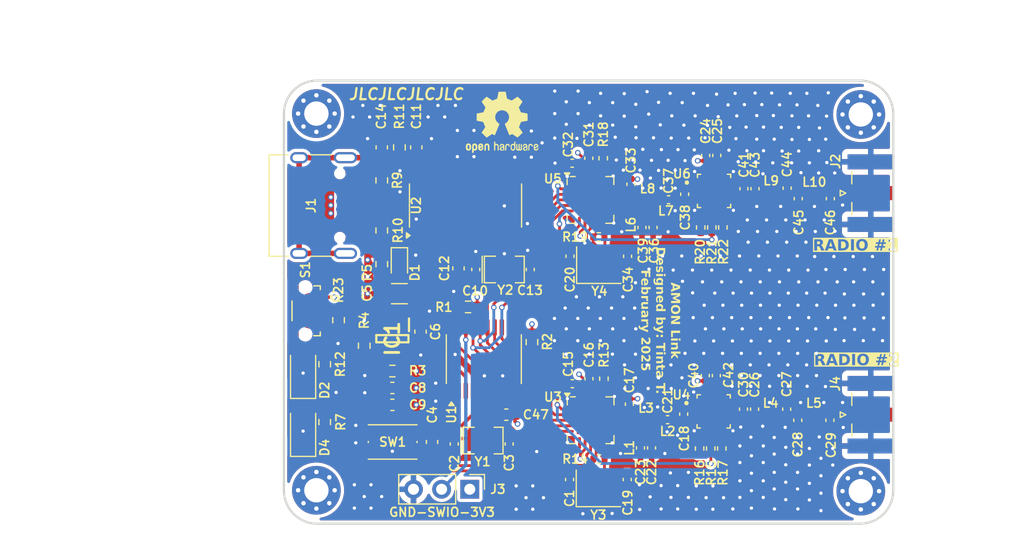
<source format=kicad_pcb>
(kicad_pcb (version 20240108) (generator "pcbnew") (generator_version "8.0")
  (layers (0 "F.Cu" signal) (1 "In1.Cu" signal) (2 "In2.Cu" signal) (31 "B.Cu" signal) (34 "B.Paste" user) (35 "F.Paste" user) (36 "B.SilkS" user "B.Silkscreen") (37 "F.SilkS" user "F.Silkscreen") (38 "B.Mask" user) (39 "F.Mask" user) (44 "Edge.Cuts" user))
  (net 0 "")
  (net 1 "+3.3V")
  (net 2 "GND")
  (net 3 "/HSE_IN")
  (net 4 "/HSE_OUT")
  (net 5 "/NRST")
  (net 6 "+5V")
  (net 7 "Net-(D1-A)")
  (net 8 "Net-(IC1-ADJ)")
  (net 9 "Net-(U2-XI)")
  (net 10 "Net-(U2-V3)")
  (net 11 "Net-(U2-XO)")
  (net 12 "Net-(J1-SHIELD)")
  (net 13 "Net-(U3-DVDD)")
  (net 14 "Net-(U4-TXRX)")
  (net 15 "Net-(U3-XC2)")
  (net 16 "Net-(U3-XC1)")
  (net 17 "Net-(C21-Pad1)")
  (net 18 "Net-(U3-VDD_PA)")
  (net 19 "Net-(U4-ANT)")
  (net 20 "Net-(C27-Pad1)")
  (net 21 "Net-(J2-In)")
  (net 22 "Net-(U5-DVDD)")
  (net 23 "Net-(U5-XC2)")
  (net 24 "Net-(U5-XC1)")
  (net 25 "Net-(U5-VDD_PA)")
  (net 26 "Net-(C37-Pad1)")
  (net 27 "Net-(U6-TXRX)")
  (net 28 "Net-(U6-ANT)")
  (net 29 "Net-(C44-Pad1)")
  (net 30 "Net-(D2-A)")
  (net 31 "Net-(J1-CC1)")
  (net 33 "/D-")
  (net 35 "/D+")
  (net 36 "Net-(J1-CC2)")
  (net 37 "Net-(U3-ANT1)")
  (net 38 "Net-(U3-ANT2)")
  (net 39 "Net-(U5-ANT1)")
  (net 40 "Net-(U5-ANT2)")
  (net 41 "/RXD")
  (net 42 "/LED_RED")
  (net 43 "/TXD")
  (net 44 "/LED_BLUE")
  (net 45 "Net-(U3-IREF)")
  (net 46 "/CE1")
  (net 47 "Net-(U4-RXEN)")
  (net 48 "Net-(U4-TXEN)")
  (net 49 "Net-(U5-IREF)")
  (net 50 "Net-(U6-TXEN)")
  (net 51 "/CE2")
  (net 52 "Net-(U6-RXEN)")
  (net 53 "/SCK")
  (net 54 "/CSN1")
  (net 55 "/BTN")
  (net 56 "/MISO")
  (net 57 "/IRQ1")
  (net 58 "/SWIO")
  (net 59 "/IRQ2")
  (net 60 "/CSN2")
  (net 61 "/MOSI")
  (net 76 "Net-(J4-In)")
  (net 77 "Net-(D4-A)")
  (footprint "Resistor_SMD:R_0402_1005Metric" (layer "F.Cu") (at 163.752501 107.700001 90)
    (property "Reference" "R16")
    (property "Value" "1k")
  )
  (footprint "Inductor_SMD:L_0402_1005Metric" (layer "F.Cu") (at 158.912501 106.150001)
    (property "Reference" "L2")
    (property "Value" "2.7nH")
  )
  (footprint "Resistor_SMD:R_0603_1608Metric" (layer "F.Cu") (at 133.477 98.425 -90)
    (property "Reference" "R4")
    (property "Value" "12k")
  )
  (footprint "LED_SMD:LED_0603_1608Metric" (layer "F.Cu") (at 136.652 91.059 -90)
    (property "Reference" "D1")
    (property "Value" "PWR")
  )
  (footprint "Symbol:OSHW-Logo2_7.3x6mm_SilkScreen" (layer "F.Cu") (at 145.923 78.2574)
    (property "Reference" "REF**" (hide yes))
    (property "Value" "OSHW-Logo2_7.3x6mm_SilkScreen" (hide yes))
  )
  (footprint "Capacitor_SMD:C_0402_1005Metric" (layer "F.Cu") (at 162.4 84.75 90)
    (property "Reference" "C38")
    (property "Value" "1pF")
  )
  (footprint "Capacitor_SMD:C_0402_1005Metric" (layer "F.Cu") (at 157.412501 103.700001 -90)
    (property "Reference" "C17")
    (property "Value" "1nF")
  )
  (footprint "Capacitor_SMD:C_0402_1005Metric" (layer "F.Cu") (at 153.75 81.5 90)
    (property "Reference" "C31")
    (property "Value" "10nF")
  )
  (footprint "RFX2401C:QFN50P300X300X60-17N" (layer "F.Cu") (at 165.055 84.45)
    (property "Reference" "U6")
    (property "Value" "RFX2401C")
  )
  (footprint "Inductor_SMD:L_0402_1005Metric" (layer "F.Cu") (at 170.2 84.7)
    (property "Reference" "L9")
    (property "Value" "2.4nH")
  )
  (footprint "Resistor_SMD:R_0603_1608Metric" (layer "F.Cu") (at 148.6154 98.0948 90)
    (property "Reference" "R2")
    (property "Value" "10k")
  )
  (footprint "Capacitor_SMD:C_0402_1005Metric" (layer "F.Cu") (at 171.612501 104.150001 90)
    (property "Reference" "C27")
    (property "Value" "1.5pF")
  )
  (footprint "Resistor_SMD:R_0402_1005Metric" (layer "F.Cu") (at 155.05 81.5 90)
    (property "Reference" "R18")
    (property "Value" "22k")
  )
  (footprint "Capacitor_SMD:C_0603_1608Metric" (layer "F.Cu") (at 135.059 80.518 -90)
    (property "Reference" "C14")
    (property "Value" "10nF")
  )
  (footprint "Capacitor_SMD:C_0603_1608Metric" (layer "F.Cu") (at 139.5984 107.1118 -90)
    (property "Reference" "C4")
    (property "Value" "0.1uF")
  )
  (footprint "Inductor_SMD:L_0402_1005Metric" (layer "F.Cu") (at 159.05 85.25)
    (property "Reference" "L8")
    (property "Value" "3.9nH")
  )
  (footprint "Resistor_SMD:R_0402_1005Metric" (layer "F.Cu") (at 155.112501 101.400001 90)
    (property "Reference" "R13")
    (property "Value" "22k")
  )
  (footprint "Package_SO:SOIC-16_3.9x9.9mm_P1.27mm" (layer "F.Cu") (at 142.621 85.77 90)
    (property "Reference" "U2")
    (property "Value" "CH340G")
  )
  (footprint "Capacitor_SMD:C_0603_1608Metric" (layer "F.Cu") (at 146.304 104.648 180)
    (property "Reference" "C47")
    (property "Value" "4.7uf")
  )
  (footprint "Resistor_SMD:R_0402_1005Metric" (layer "F.Cu") (at 165.85 87.75 -90)
    (property "Reference" "R22")
    (property "Value" "20k")
  )
  (footprint "Resistor_SMD:R_0402_1005Metric" (layer "F.Cu") (at 154.65 88.6)
    (property "Reference" "R19")
    (property "Value" "1M")
  )
  (footprint "Capacitor_SMD:C_0402_1005Metric" (layer "F.Cu") (at 165.3 81.25 90)
    (property "Reference" "C25")
    (property "Value" "1uF")
  )
  (footprint "Capacitor_SMD:C_0402_1005Metric" (layer "F.Cu") (at 171.65 84.2 90)
    (property "Reference" "C44")
    (property "Value" "1.5pF")
  )
  (footprint "MountingHole:MountingHole_2.2mm_M2_Pad_Via" (layer "F.Cu") (at 178.299999 77.549999)
    (property "Reference" "H4" (hide yes))
    (property "Value" "MountHole_Via")
  )
  (footprint "Capacitor_SMD:C_0402_1005Metric" (layer "F.Cu") (at 143.544999 91.5416 -90)
    (property "Reference" "C10")
    (property "Value" "22pF")
  )
  (footprint "Button_Switch_SMD:SW_Push_1P1T_NO_CK_KMR2" (layer "F.Cu") (at 136.0424 107.1118 180)
    (property "Reference" "SW1")
    (property "Value" "SW_SPST")
  )
  (footprint "Capacitor_SMD:C_0603_1608Metric" (layer "F.Cu") (at 138.557 97.155 -90)
    (property "Reference" "C6")
    (property "Value" "100nF")
  )
  (footprint "Capacitor_SMD:C_0402_1005Metric" (layer "F.Cu") (at 159.412501 107.650001 -90)
    (property "Reference" "C22")
    (property "Value" "2.2pF")
  )
  (footprint "Resistor_SMD:R_0402_1005Metric" (layer "F.Cu") (at 164.752501 107.700001 90)
    (property "Reference" "R15")
    (property "Value" "1k")
  )
  (footprint "Capacitor_SMD:C_0402_1005Metric" (layer "F.Cu") (at 157.25 90.35 90)
    (property "Reference" "C34")
    (property "Value" "22pF")
  )
  (footprint "Capacitor_SMD:C_0603_1608Metric" (layer "F.Cu") (at 138.176 80.518 -90)
    (property "Reference" "C11")
    (property "Value" "100nF")
  )
  (footprint "Resistor_SMD:R_0402_1005Metric" (layer "F.Cu") (at 154.662501 108.650001)
    (property "Reference" "R14")
    (property "Value" "1M")
  )
  (footprint "Inductor_SMD:L_0402_1005Metric" (layer "F.Cu") (at 157.55 85.75 90)
    (property "Reference" "L6")
    (property "Value" "8.2nH")
  )
  (footprint "Resistor_SMD:R_0402_1005Metric" (layer "F.Cu") (at 163.85 87.75 90)
    (property "Reference" "R20")
    (property "Value" "1k")
  )
  (footprint "Capacitor_SMD:C_0402_1005Metric" (layer "F.Cu") (at 175.512501 105.150001 -90)
    (property "Reference" "C29")
    (property "Value" "1.5pF")
  )
  (footprint "Resistor_SMD:R_0603_1608Metric" (layer "F.Cu") (at 142.8496 94.9198)
    (property "Reference" "R1")
    (property "Value" "10k")
  )
  (footprint "Capacitor_SMD:C_0402_1005Metric" (layer "F.Cu") (at 167.712501 104.150001 90)
    (property "Reference" "C30")
    (property "Value" "0.3pF")
  )
  (footprint "Capacitor_SMD:C_0402_1005Metric" (layer "F.Cu") (at 172.612501 105.150001 -90)
    (property "Reference" "C28")
    (property "Value" "1.5pF")
  )
  (footprint "Inductor_SMD:L_0402_1005Metric" (layer "F.Cu") (at 157.412501 105.650001 90)
    (property "Reference" "L1")
    (property "Value" "8.2nH")
  )
  (footprint "Inductor_SMD:L_0402_1005Metric" (layer "F.Cu") (at 159.05 86.25)
    (property "Reference" "L7")
    (property "Value" "2.7nH")
  )
  (footprint "Package_SO:TSSOP-20_4.4x6.5mm_P0.65mm" (layer "F.Cu") (at 144.272 99.6345 90)
    (property "Reference" "U1")
    (property "Value" "CH32V003F4P6")
  )
  (footprint "Capacitor_SMD:C_0402_1005Metric" (layer "F.Cu") (at 153.762501 101.400001 90)
    (property "Reference" "C16")
    (property "Value" "10nF")
  )
  (footprint "Resistor_SMD:R_0603_1608Metric" (layer "F.Cu") (at 135.059 83.4975 -90)
    (property "Reference" "R9")
    (property "Value" "5k1")
  )
  (footprint "Resistor_SMD:R_0603_1608Metric" (layer "F.Cu") (at 135.059001 88.020001 90)
    (property "Reference" "R10")
    (property "Value" "5k1")
  )
  (footprint "MountingHole:MountingHole_2.2mm_M2_Pad_Via" (layer "F.Cu") (at 129.159 77.47)
    (property "Reference" "H2" (hide yes))
    (property "Value" "MountHole_Via")
  )
  (footprint "Crystal:Resonator_SMD_Murata_CSTxExxV-3Pin_3.0x1.1mm" (layer "F.Cu") (at 144.2054 106.9848)
    (property "Reference" "Y1")
    (property "Value" "12MHz")
  )
  (footprint "Inductor_SMD:L_0402_1005Metric" (layer "F.Cu") (at 174.1 84.7)
    (property "Reference" "L10")
    (property "Value" "2.4nH")
  )
  (footprint "Capacitor_SMD:C_0402_1005Metric" (layer "F.Cu") (at 167.75 84.25 90)
    (property "Reference" "C41")
    (property "Value" "0.3pF")
  )
  (footprint "Capacitor_SMD:C_0603_1608Metric" (layer "F.Cu") (at 136.017 102.235 180)
    (property "Reference" "C8")
    (property "Value" "1uF")
  )
  (footprint "Resistor_SMD:R_0402_1005Metric" (layer "F.Cu") (at 165.752501 107.700001 -90)
    (property "Reference" "R17")
    (property "Value" "20k")
  )
  (footprint "RFX2401C:QFN50P300X300X60-17N" (layer "F.Cu") (at 165.017501 104.350001)
    (property "Reference" "U4")
    (property "Value" "RFX2401C")
  )
  (footprint "Resistor_SMD:R_0603_1608Metric" (layer "F.Cu") (at 135.059001 91.059 90)
    (property "Reference" "R5")
    (property "Value" "1k")
  )
  (footprint "Capacitor_SMD:C_0402_1005Metric" (layer "F.Cu") (at 152.05 90.35 -90)
    (property "Reference" "C20")
    (property "Value" "22pF")
  )
  (footprint "Resistor_SMD:R_0603_1608Metric" (layer "F.Cu") (at 129.909002 100.095002 -90)
    (property "Reference" "R12")
    (property "Value" "1k")
  )
  (footprint "Capacitor_SMD:C_0402_1005Metric" (layer "F.Cu") (at 168.712501 104.150001 90)
    (property "Reference" "C26")
    (property "Value" "1.5pF")
  )
  (footprint "Capacitor_SMD:C_0402_1005Metric" (layer "F.Cu") (at 165.262501 101.120001 90)
    (property "Reference" "C42")
    (property "Value" "1uF")
  )
  (footprint "Capacitor_SMD:C_0402_1005Metric" (layer "F.Cu") (at 164.3 81.25 90)
    (property "Reference" "C24")
    (property "Value" "220pF")
  )
  (footprint "Inductor_SMD:L_0402_1005Metric" (layer "F.Cu") (at 158.912501 105.100001)
    (property "Reference" "L3")
    (property "Value" "3.9nH")
  )
  (footprint "Resistor_SMD:R_0603_1608Metric" (layer "F.Cu") (at 136.652 80.518 -90)
    (property "Reference" "R11")
    (property "Value" "10k")
  )
  (footprint "MountingHole:MountingHole_2.2mm_M2_Pad_Via" (layer "F.Cu") (at 178.299999 111.549999)
    (property "Reference" "H3" (hide yes))
    (property "Value" "MountHole_Via")
  )
  (footprint "Capacitor_SMD:C_0402_1005Metric" (layer "F.Cu") (at 160.95 85.25)
    (property "Reference" "C37")
    (property "Value" "1.5pF")
  )
  (footprint "Capacitor_SMD:C_0402_1005Metric" (layer "F.Cu") (at 168.75 84.25 90)
    (property "Reference" "C43")
    (property "Value" "1.5pF")
  )
  (footprint "Capacitor_SMD:C_1206_3216Metric" (layer "F.Cu") (at 136.652 93.726)
    (property "Reference" "C5")
    (property "Value" "4.7uF")
  )
  (footprint "Inductor_SMD:L_0402_1005Metric" (layer "F.Cu") (at 174.062501 104.650001)
    (property "Reference" "L5")
    (property "Value" "2.4nH")
  )
  (footprint "Capacitor_SMD:C_0603_1608Metric" (layer "F.Cu") (at 136.017 103.759 180)
    (property "Reference" "C9")
    (property "Value" "10nF")
  )
  (footprint "MountingHole:MountingHole_2.2mm_M2_Pad_Via" (layer "F.Cu") (at 129.159 111.47)
    (property "Reference" "H1" (hide yes))
    (property "Value" "MountHole_Via")
  )
  (footprint "Connector_PinHeader_2.54mm:PinHeader_1x03_P2.54mm_Vertical" (layer "F.Cu") (at 143.002 111.379 -90)
    (property "Reference" "J3")
    (property "Value" "Programing port")
  )
  (footprint "Resistor_SMD:R_0603_1608Metric" (layer "F.Cu") (at 129.909001 105.320001 -90)
    (property "Reference" "R7")
    (property "Value" "1k")
  )
  (footprint "Capacitor_SMD:C_0402_1005Metric" (layer "F.Cu") (at 152.25 81.95 180)
    (property "Reference" "C32")
    (property "Value" "33nF")
  )
  (footprint "Capacitor_SMD:C_0402_1005Metric" (layer "F.Cu") (at 172.65 85.15 -90)
    (property "Reference" "C45")
    (property "Value" "1.5pF")
  )
  (footprint "Resistor_SMD:R_0402_1005Metric" (layer "F.Cu") (at 164.85 87.75 90)
    (property "Reference" "R21")
    (property "Value" "1k")
  )
  (footprint "Capacitor_SMD:C_0402_1005Metric" (layer "F.Cu") (at 158.55 87.75 -90)
    (property "Reference" "C39")
    (property "Value" "4.7pF")
  )
  (footprint "Crystal:Crystal_SMD_3225-4Pin_3.2x2.5mm" (layer "F.Cu") (at 154.65 91.15)
    (property "Reference" "Y4")
    (property "Value" "16MHz")
  )
  (footprint "Package_DFN_QFN:QFN-20-1EP_4x4mm_P0.5mm_EP2.5x2.5mm" (layer "F.Cu") (at 153.9 85.2625)
    (property "Reference" "U5")
    (property "Value" "NRF24L01")
  )
  (footprint "Resistor_SMD:R_0603_1608Metric" (layer "F.Cu") (at 136.017 100.711)
    (property "Reference" "R3")
    (property "Value" "20k")
  )
  (footprint "Capacitor_SMD:C_0402_1005Metric" (layer "F.Cu") (at 158.412501 107.650001 -90)
    (property "Reference" "C23")
    (property "Value" "4.7pF")
  )
  (footprint "Capacitor_SMD:C_0402_1005Metric" (layer "F.Cu") (at 164.262501 101.120001 90)
    (property "Reference" "C40")
    (property "Value" "220pF")
  )
  (footprint "Capacitor_SMD:C_0402_1005Metric" (layer "F.Cu") (at 146.558 107.2896 -90)
    (property "Reference" "C3")
    (property "Value" "22pF")
  )
  (footprint "Capacitor_SMD:C_0402_1005Metric" (layer "F.Cu") (at 157.212501 110.500001 90)
    (property "Reference" "C19")
    (property "Value" "22pF")
  )
  (footprint "SPX5205M5-L-3-3_TR:SOT95P280X145-5N" (layer "F.Cu") (at 136.017 97.79 -90)
    (property "Reference" "IC1")
    (property "Value" "SPX5205M5-L/TR" (hide yes))
  )
  (footprint "LED_SMD:LED_1206_3216Metric" (layer "F.Cu") (at 127.959002 100.895002 90)
    (property "Reference" "D2")
    (property "Value" "BLUE")
  )
  (footprint "Capacitor_SMD:C_0402_1005Metric" (layer "F.Cu") (at 152.012501 110.500001 -90)
    (property "Reference" "C1")
    (property "Value" "22pF")
  )
  (footprint "Capacitor_SMD:C_0603_1608Metric" (layer "F.Cu") (at 141.986 91.44 90)
    (property "Reference" "C12")
    (property "Value" "10nF")
  )
  (footprint "Connector_Coaxial:SMA_Samtec_SMA-J-P-X-ST-EM1_EdgeMount" (layer "F.Cu") (at 179.2 104.65 90)
    (property "Reference" "J4")
    (property "Value" "SMA Edge")
  )
  (footprint "Capacitor_SMD:C_0402_1005Metric" (layer "F.Cu") (at 148.463 91.5416 -90)
    (property "Reference" "C13")
    (property "Value" "22pF")
  )
  (footprint "Capacitor_SMD:C_0402_1005Metric" (layer "F.Cu") (at 162.312501 104.600001 90)
    (property "Reference" "C18")
    (property "Value" "1pF")
  )
  (footprint "Capacitor_SMD:C_0402_1005Metric" (layer "F.Cu") (at 159.55 87.75 -90)
    (property "Reference" "C36")
    (property "Value" "2.2pF")
  )
  (footprint "Capacitor_SMD:C_0402_1005Metric" (layer "F.Cu") (at 160.862501 105.100001)
    (property "Reference" "C21")
    (property "Value" "1.5pF")
  )
  (footprint "LED_SMD:LED_1206_3216Metric" (layer "F.Cu") (at 127.959001 106.130001 90)
    (property "Reference" "D4")
    (property "Value" "RED")
  )
  (footprint "Package_DFN_QFN:QFN-20-1EP_4x4mm_P0.5mm_EP2.5x2.5mm" (layer "F.Cu") (at 153.912501 105.150001)
    (property "Reference" "U3")
    (property "Value" "NRF24L01")
  )
  (footprint "Capacitor_SMD:C_0402_1005Metric" (layer "F.Cu") (at 157.55 83.85 -90)
    (property "Reference" "C33")
    (property "Value" "1nF")
  )
  (footprint "Crystal:Crystal_SMD_3225-4Pin_3.2x2.5mm" (layer "F.Cu") (at 154.612501 111.300001)
    (property "Reference" "Y3")
    (property "Value" "16MHz")
  )
  (footprint "Connector_USB:USB_C_Receptacle_XKB_U262-16XN-4BVC11" (layer "F.Cu") (at 128.674 85.77 -90)
    (property "Reference" "J1")
    (property "Value" "USB_C_Receptacle_USB2.0")
  )
  (footprint "Library:SW_TL3340AF160QG" (layer "F.Cu") (at 128.159001 95.270001 -90)
    (property "Reference" "S1")
    (property "Value" "TL3340AF160QG")
  )
  (footprint "Connector_Coaxial:SMA_Samtec_SMA-J-P-X-ST-EM1_EdgeMount" (layer "F.Cu") (at 179.2 84.65 90)
    (property "Reference" "J2")
    (property "Value" "SMA Edge")
  )
  (footprint "Resistor_SMD:R_0603_1608Metric" (layer "F.Cu") (at 131.159001 96.120001 90)
    (property "Reference" "R23")
    (property "Value" "10k")
  )
  (footprint "Inductor_SMD:L_0402_1005Metric" (layer "F.Cu") (at 170.162501 104.650001)
    (property "Reference" "L4")
    (property "Value" "2.4nH")
  )
  (footprint "Capacitor_SMD:C_0402_1005Metric" (layer "F.Cu") (at 175.55 85.15 -90)
    (property "Reference" "C46")
    (property "Value" "1.5pF")
  )
  (footprint "Capacitor_SMD:C_0402_1005Metric" (layer "F.Cu") (at 141.605 107.2896 -90)
    (property "Reference" "C2")
    (property "Value" "22pF")
  )
  (footprint "Capacitor_SMD:C_0402_1005Metric" (layer "F.Cu") (at 152.262501 101.850001 180)
    (property "Reference" "C15")
    (property "Value" "33nF")
  )
  (footprint "Crystal:Resonator_SMD_Murata_CSTxExxV-3Pin_3.0x1.1mm" (layer "F.Cu") (at 146.12 91.5416)
    (property "Reference" "Y2")
    (property "Value" "12MHz")
  )
  (gr_line (start 178.229 74.488) (end 129.229 74.488) (stroke (width 0.2)) (layer "Edge.Cuts"))
  (gr_arc (start 181.229 111.487999) (mid 180.35032 113.60932) (end 178.228999 114.488) (stroke (width 0.2)) (layer "Edge.Cuts"))
  (gr_line (start 129.229001 114.488) (end 178.228999 114.488) (stroke (width 0.2)) (layer "Edge.Cuts"))
  (gr_arc (start 178.229 74.488) (mid 180.35032 75.36668) (end 181.229 77.488) (stroke (width 0.2)) (layer "Edge.Cuts"))
  (gr_line (start 126.229 77.488) (end 126.229 111.487999) (stroke (width 0.2)) (layer "Edge.Cuts"))
  (gr_arc (start 126.229 77.488) (mid 127.10768 75.36668) (end 129.229 74.488) (stroke (width 0.2)) (layer "Edge.Cuts"))
  (gr_line (start 181.229 111.487999) (end 181.229 77.488) (stroke (width 0.2)) (layer "Edge.Cuts"))
  (gr_arc (start 129.229001 114.488) (mid 127.10768 113.60932) (end 126.229 111.487999) (stroke (width 0.2)) (layer "Edge.Cuts"))
  (gr_text "RADIO #1" (at 177.8 90 0) (layer "F.SilkS" knockout) (effects (font (size 1 1) (thickness 0.16) (bold yes) (italic yes)) (justify bottom)))
  (gr_text "GND-SWIO-3V3" (at 135.636 113.919 0) (layer "F.SilkS") (effects (font (size 0.8 0.8) (thickness 0.15) (bold yes)) (justify left bottom)))
  (gr_text "JLCJLCJLCJLC" (at 132.0038 76.3016 0) (layer "F.SilkS") (effects (font (size 1 1) (thickness 0.2) (bold yes) (italic yes)) (justify left bottom)))
  (gr_text "AMON Link\nDesigned by: Tinta T.\nFebruary 2025" (at 158.350468 96.147468 -90) (layer "F.SilkS") (effects (font (size 0.8 0.8) (thickness 0.16) (bold yes) (italic yes)) (justify bottom)))
  (gr_text "RADIO #2" (at 177.9 100.35 0) (layer "F.SilkS" knockout) (effects (font (size 1 1) (thickness 0.16) (bold yes) (italic yes)) (justify bottom)))
  (segment (start 153.75 81.98) (end 153.9 82.13) (width 0.25) (layer "F.Cu") (net 1))
  (segment (start 136.842 103.709) (end 136.792 103.759) (width 0.4) (layer "F.Cu") (net 1))
  (segment (start 147.079 104.026) (end 146.547 103.494) (width 0.3) (layer "F.Cu") (net 1))
  (segment (start 164.3 81.73) (end 165.3 81.73) (width 0.3) (layer "F.Cu") (net 1))
  (segment (start 158.1222 83.37) (end 157.55 83.37) (width 0.25) (layer "F.Cu") (net 1))
  (segment (start 147.079 104.648) (end 147.079 104.026) (width 0.3) (layer "F.Cu") (net 1))
  (segment (start 143.6746 94.044) (end 143.6746 94.9198) (width 0.25) (layer "F.Cu") (net 1))
  (segment (start 136.967 99.04) (end 136.967 100.586) (width 0.4) (layer "F.Cu") (net 1))
  (segment (start 152.97 88.519) (end 152.97 88.159324) (width 0.25) (layer "F.Cu") (net 1))
  (segment (start 152.982501 108.645) (end 152.982501 108.193605) (width 0.25) (layer "F.Cu") (net 1))
  (segment (start 153.75 81.98) (end 153.73851 81.98) (width 0.25) (layer "F.Cu") (net 1))
  (segment (start 158.1404 83.3882) (end 158.1222 83.37) (width 0.25) (layer "F.Cu") (net 1))
  (segment (start 164.262501 101.600001) (end 165.262501 101.600001) (width 0.25) (layer "F.Cu") (net 1))
  (segment (start 153.412501 107.763605) (end 153.412501 107.087501) (width 0.25) (layer "F.Cu") (net 1))
  (segment (start 164.3 83) (end 164.305 83.005) (width 0.3) (layer "F.Cu") (net 1))
  (segment (start 158.129999 103.220001) (end 158.15 103.2) (width 0.25) (layer "F.Cu") (net 1))
  (segment (start 157.412501 103.220001) (end 158.129999 103.220001) (width 0.25) (layer "F.Cu") (net 1))
  (segment (start 164.262501 101.600001) (end 164.262501 102.900001) (width 0.25) (layer "F.Cu") (net 1))
  (segment (start 164.3 81.73) (end 164.3 83) (width 0.3) (layer "F.Cu") (net 1))
  (segment (start 153.743991 101.880001) (end 153.762501 101.880001) (width 0.25) (layer "F.Cu") (net 1))
  (segment (start 155.850001 104.150001) (end 156.442727 104.150001) (width 0.25) (layer "F.Cu") (net 1))
  (segment (start 157.372727 103.220001) (end 157.412501 103.220001) (width 0.25) (layer "F.Cu") (net 1))
  (segment (start 136.967 100.586) (end 136.842 100.711) (width 0.4) (layer "F.Cu") (net 1))
  (segment (start 153.9 82.13) (end 153.9 83.325) (width 0.25) (layer "F.Cu") (net 1))
  (segment (start 164.262501 101.600001) (end 163.562501 101.600001) (width 0.3) (layer "F.Cu") (net 1))
  (segment (start 157.475214 83.37) (end 157.55 83.37) (width 0.25) (layer "F.Cu") (net 1))
  (segment (start 153.912501 101.930001) (end 153.862501 101.880001) (width 0.25) (layer "F.Cu") (net 1))
  (segment (start 164.262501 102.900001) (end 164.267501 102.905001) (width 0.25) (layer "F.Cu") (net 1))
  (segment (start 153.4 87.729324) (end 153.4 87.2) (width 0.25) (layer "F.Cu") (net 1))
  (segment (start 155.8375 84.2625) (end 156.582714 84.2625) (width 0.25) (layer "F.Cu") (net 1))
  (segment (start 148.6154 97.2698) (end 148.6154 96.4692) (width 0.25) (layer "F.Cu") (net 1))
  (segment (start 153.912501 103.212501) (end 153.912501 101.930001) (width 0.25) (layer "F.Cu") (net 1))
  (segment (start 130.7592 94.045001) (end 129.059001 94.045001) (width 0.3) (layer "F.Cu") (net 1))
  (segment (start 152.982501 108.193605) (end 153.412501 107.763605) (width 0.25) (layer "F.Cu") (net 1))
  (segment (start 147.079 105.2452) (end 147.079 104.648) (width 0.3) (layer "F.Cu") (net 1))
  (segment (start 147.32 105.4862) (end 147.079 105.2452) (width 0.3) (layer "F.Cu") (net 1))
  (segment (start 152.97 88.159324) (end 153.4 87.729324) (width 0.25) (layer "F.Cu") (net 1))
  (segment (start 152.75851 81) (end 152.75 81) (width 0.25) (layer "F.Cu") (net 1))
  (segment (start 153.73851 81.98) (end 152.75851 81) (width 0.25) (layer "F.Cu") (net 1))
  (segment (start 146.547 103.494) (end 146.547 102.497) (width 0.3) (layer "F.Cu") (net 1))
  (segment (start 164.3 81.73) (end 163.57 81.73) (width 0.3) (layer "F.Cu") (net 1))
  (segment (start 156.442727 104.150001) (end 157.372727 103.220001) (width 0.25) (layer "F.Cu") (net 1))
  (segment (start 136.842 100.711) (end 136.842 103.709) (width 0.4) (layer "F.Cu") (net 1))
  (segment (start 152.862501 100.998511) (end 153.743991 101.880001) (width 0.25) (layer "F.Cu") (net 1))
  (segment (start 156.582714 84.2625) (end 157.475214 83.37) (width 0.25) (layer "F.Cu") (net 1))
  (via (at 148.6154 96.4692) (size 0.5) (drill 0.3) (layers "F.Cu" "B.Cu") (net 1))
  (via (at 138.176 100.711) (size 0.5) (drill 0.3) (layers "F.Cu" "B.Cu") (net 1))
  (via (at 163.562501 101.600001) (size 0.5) (drill 0.3) (layers "F.Cu" "B.Cu") (net 1))
  (via (at 152.75 81) (size 0.5) (drill 0.3) (layers "F.Cu" "B.Cu") (net 1))
  (via (at 158.1404 83.3882) (size 0.5) (drill 0.3) (layers "F.Cu" "B.Cu") (net 1))
  (via (at 147.32 105.4862) (size 0.5) (drill 0.3) (layers "F.Cu" "B.Cu") (net 1))
  (via (at 138.176 102.235) (size 0.5) (drill 0.3) (layers "F.Cu" "B.Cu") (net 1))
  (via (at 138.176 103.759) (size 0.5) (drill 0.3) (layers "F.Cu" "B.Cu") (net 1))
  (via (at 130.7592 94.045001) (size 0.5) (drill 0.3) (layers "F.Cu" "B.Cu") (net 1))
  (via (at 163.57 81.73) (size 0.5) (drill 0.3) (layers "F.Cu" "B.Cu") (net 1))
  (via (at 152.982501 108.645) (size 0.5) (drill 0.3) (layers "F.Cu" "B.Cu") (net 1))
  (via (at 143.6746 94.044) (size 0.5) (drill 0.3) (layers "F.Cu" "B.Cu") (net 1))
  (via (at 158.15 103.2) (size 0.5) (drill 0.3) (layers "F.Cu" "B.Cu") (net 1))
  (via (at 152.862501 100.998511) (size 0.5) (drill 0.3) (layers "F.Cu" "B.Cu") (net 1))
  (via (at 152.97 88.519) (size 0.5) (drill 0.3) (layers "F.Cu" "B.Cu") (net 1))
  (segment (start 142.7102 91.4908) (end 143.115799 91.4908) (width 0.25) (layer "F.Cu") (net 2))
  (segment (start 165.055 84.45) (end 165.805 85.2) (width 0.2) (layer "F.Cu") (net 2))
  (segment (start 153.289 109.22) (end 152.4 109.22) (width 0.25) (layer "F.Cu") (net 2))
  (segment (start 154.417501 103.207501) (end 154.417501 100.955001) (width 0.25) (layer "F.Cu") (net 2))
  (segment (start 141.4878 107.8868) (end 141.605 107.7696) (width 0.25) (layer "F.Cu") (net 2))
  (segment (start 166.462501 105.800001) (end 166.462501 105.750001) (width 0.25) (layer "F.Cu") (net 2))
  (segment (start 152.05 89.377) (end 152.2476 89.1794) (width 0.25) (layer "F.Cu") (net 2))
  (segment (start 140.716 107.8868) (end 140.716 108.3564) (width 0.25) (layer "F.Cu") (net 2))
  (segment (start 152.4 109.22) (end 152.012501 109.607499) (width 0.25) (layer "F.Cu") (net 2))
  (segment (start 153.557501 108.951499) (end 153.289 109.22) (width 0.25) (layer "F.Cu") (net 2))
  (segment (start 165.267501 104.600001) (end 165.017501 104.350001) (width 0.25) (layer "F.Cu") (net 2))
  (segment (start 157.060196 84.7625) (end 157.492696 84.33) (width 0.25) (layer "F.Cu") (net 2))
  (segment (start 165.767501 105.100001) (end 165.017501 104.350001) (width 0.25) (layer "F.Cu") (net 2))
  (segment (start 166.5 85.2) (end 165.805 85.2) (width 0.25) (layer "F.Cu") (net 2))
  (segment (start 159.55 88.23) (end 158.55 88.23) (width 0.3) (layer "F.Cu") (net 2))
  (segment (start 140.716 108.3564) (end 140.7414 108.3818) (width 0.25) (layer "F.Cu") (net 2))
  (segment (start 167.242727 104.100001) (end 167.672727 103.670001) (width 0.25) (layer "F.Cu") (net 2))
  (segment (start 134.134 82.6725) (end 133.8815 82.42) (width 0.3) (layer "F.Cu") (net 2))
  (segment (start 166.497 85.598) (end 166.5 85.595) (width 0.25) (layer "F.Cu") (net 2))
  (segment (start 162.862501 104.110001) (end 163.572501 104.110001) (width 0.25) (layer "F.Cu") (net 2))
  (segment (start 153.545 88.9996) (end 153.545 88.22072) (width 0.25) (layer "F.Cu") (net 2))
  (segment (start 135.992 97.815) (end 136.017 97.79) (width 0.4) (layer "F.Cu") (net 2))
  (segment (start 155.082815 100.919687) (end 154.382815 100.919687) (width 0.25) (layer "F.Cu") (net 2))
  (segment (start 135.242 102.235) (end 135.242 103.759) (width 0.4) (layer "F.Cu") (net 2))
  (segment (start 157.492696 84.33) (end 157.55 84.33) (width 0.25) (layer "F.Cu") (net 2))
  (segment (start 165.267501 104.100001) (end 165.017501 104.350001) (width 0.25) (layer "F.Cu") (net 2))
  (segment (start 155.112501 100.890001) (end 155.082815 100.919687) (width 0.25) (layer "F.Cu") (net 2))
  (segment (start 164.767501 104.600001) (end 165.017501 104.350001) (width 0.25) (layer "F.Cu") (net 2))
  (segment (start 153.78 80.99) (end 153.75 81.02) (width 0.25) (layer "F.Cu") (net 2))
  (segment (start 152.012501 109.607499) (end 152.012501 110.020001) (width 0.25) (layer "F.Cu") (net 2))
  (segment (start 166.462501 104.100001) (end 167.242727 104.100001) (width 0.25) (layer "F.Cu") (net 2))
  (segment (start 146.12 90.1254) (end 146.12 91.5416) (width 0.25) (layer "F.Cu") (net 2))
  (segment (start 167.712501 103.670001) (end 168.712501 103.670001) (width 0.25) (layer "F.Cu") (net 2))
  (segment (start 153.557501 108.255001) (end 153.557501 108.951499) (width 0.25) (layer "F.Cu") (net 2))
  (segment (start 138.126 79.693) (end 138.176 79.743) (width 0.25) (layer "F.Cu") (net 2))
  (segment (start 163.572501 104.100001) (end 164.767501 104.100001) (width 0.25) (layer "F.Cu") (net 2))
  (segment (start 136.509 79.7225) (end 136.559 79.6725) (width 0.3) (layer "F.Cu") (net 2))
  (segment (start 166.462501 103.600001) (end 165.767501 103.600001) (width 0.25) (layer "F.Cu") (net 2))
  (segment (start 143.115799 91.4908) (end 143.544999 91.0616) (width 0.25) (layer "F.Cu") (net 2))
  (segment (start 158.412501 108.130001) (end 159.412501 108.130001) (width 0.3) (layer "F.Cu") (net 2))
  (segment (start 135.992 101.485) (end 135.992 97.815) (width 0.4) (layer "F.Cu") (net 2))
  (segment (start 165.267501 105.795001) (end 165.267501 104.600001) (width 0.25) (layer "F.Cu") (net 2))
  (segment (start 155.05 80.99) (end 153.78 80.99) (width 0.25) (layer "F.Cu") (net 2))
  (segment (start 153.912501 107.087501) (end 153.912501 107.900001) (width 0.25) (layer "F.Cu") (net 2))
  (segment (start 166.497 85.852) (end 166.497 85.598) (width 0.25) (layer "F.Cu") (net 2))
  (segment (start 135.059 79.7225) (end 136.509 79.7225) (width 0.3) (layer "F.Cu") (net 2))
  (segment (start 139.5984 107.8868) (end 140.716 107.8868) (width 0.25) (layer "F.Cu") (net 2))
  (segment (start 135.242 102.235) (end 135.992 101.485) (width 0.4) (layer "F.Cu") (net 2))
  (segment (start 167.672727 103.670001) (end 167.712501 103.670001) (width 0.25) (layer "F.Cu") (net 2))
  (segment (start 166.762501 106.100001) (end 166.462501 105.800001) (width 0.25) (layer "F.Cu") (net 2))
  (segment (start 145.247 102.497) (end 145.288 102.538) (width 0.3) (layer "F.Cu") (net 2))
  (segment (start 154.412501 103.212501) (end 154.417501 103.207501) (width 0.25) (layer "F.Cu") (net 2))
  (segment (start 165.767501 102.905001) (end 165.767501 103.600001) (width 0.25) (layer "F.Cu") (net 2))
  (segment (start 154.417501 100.955001) (end 154.382501 100.920001) (width 0.25) (layer "F.Cu") (net 2))
  (segment (start 166.417501 105.795001) (end 166.462501 105.750001) (width 0.25) (layer "F.Cu") (net 2))
  (segment (start 167.75 83.77) (end 168.75 83.77) (width 0.2) (layer "F.Cu") (net 2))
  (segment (start 138.417 97.79) (end 138.557 97.93) (width 0.4) (layer "F.Cu") (net 2))
  (segment (start 155.8375 84.7625) (end 157.060196 84.7625) (width 0.25) (layer "F.Cu") (net 2))
  (segment (start 156.906913 104.650001) (end 157.376913 104.180001) (width 0.25) (layer "F.Cu") (net 2))
  (segment (start 162.162501 104.110001) (end 162.862501 104.110001) (width 0.25) (layer "F.Cu") (net 2))
  (segment (start 132.344 89.12) (end 133.759002 89.12) (width 0.3) (layer "F.Cu") (net 2))
  (segment (start 166.462501 104.100001) (end 165.267501 104.100001) (width 0.25) (layer "F.Cu") (net 2))
  (segment (start 162.862501 104.450001) (end 162.862501 104.110001) (width 0.25) (layer "F.Cu") (net 2))
  (segment (start 163.61 84.7) (end 164.805 84.7) (width 0.25) (layer "F.Cu") (net 2))
  (segment (start 163.61 84.2) (end 164.805 84.2) (width 0.25) (layer "F.Cu") (net 2))
  (segment (start 155.850001 104.650001) (end 156.906913 104.650001) (width 0.25) (layer "F.Cu") (net 2))
  (segment (start 167.32 84.2) (end 167.75 83.77) (width 0.2) (layer "F.Cu") (net 2))
  (segment (start 153.912501 107.900001) (end 153.557501 108.255001) (width 0.25) (layer "F.Cu") (net 2))
  (segment (start 154.4 83.325) (end 154.4 80.99) (width 0.25) (layer "F.Cu") (net 2))
  (segment (start 133.667 97.79) (end 136.017 97.79) (width 0.4) (layer "F.Cu") (net 2))
  (segment (start 165.805 85.895) (end 166.454 85.895) (width 0.25) (layer "F.Cu") (net 2))
  (segment (start 145.288 102.538) (end 145.288 104.325) (width 0.3) (layer "F.Cu") (net 2))
  (segment (start 165.767501 105.795001) (end 165.767501 105.100001) (width 0.25) (layer "F.Cu") (net 2))
  (segment (start 153.3906 89.154) (end 153.545 88.9996) (width 0.25) (layer "F.Cu") (net 2))
  (segment (start 165.805 85.2) (end 165.805 85.895) (width 0.2) (layer "F.Cu") (net 2))
  (segment (start 163.572501 104.600001) (end 164.767501 104.600001) (width 0.25) (layer "F.Cu") (net 2))
  (segment (start 164.805 84.7) (end 165.055 84.45) (width 0.25) (layer "F.Cu") (net 2))
  (segment (start 153.9 87.86572) (end 153.9 87.2) (width 0.25) (layer "F.Cu") (net 2))
  (segment (start 135.059 82.6725) (end 134.134 82.6725) (width 0.3) (layer "F.Cu") (net 2))
  (segment (start 164.767501 104.100001) (end 165.017501 104.350001) (width 0.25) (layer "F.Cu") (net 2))
  (segment (start 136.017 96.54) (end 136.017 97.79) (width 0.4) (layer "F.Cu") (net 2))
  (segment (start 133.477 97.6) (end 133.667 97.79) (width 0.4) (layer "F.Cu") (net 2))
  (segment (start 136.017 97.79) (end 138.417 97.79) (width 0.4) (layer "F.Cu") (net 2))
  (segment (start 166.5 84.2) (end 165.305 84.2) (width 0.2) (layer "F.Cu") (net 2))
  (segment (start 165.305 84.2) (end 165.055 84.45) (width 0.2) (layer "F.Cu") (net 2))
  (segment (start 152.2476 89.1794) (end 153.3652 89.1794) (width 0.25) (layer "F.Cu") (net 2))
  (segment (start 166.5 84.2) (end 167.32 84.2) (width 0.2) (layer "F.Cu") (net 2))
  (segment (start 153.545 88.22072) (end 153.9 87.86572) (width 0.25) (layer "F.Cu") (net 2))
  (segment (start 157.376913 104.180001) (end 157.412501 104.180001) (width 0.25) (layer "F.Cu") (net 2))
  (segment (start 166.8 86.2) (end 166.759 86.2) (width 0.25) (layer "F.Cu") (net 2))
  (segment (start 138.176 88.454) (end 138.176 86.995) (width 0.3) (layer "F.Cu") (net 2))
  (segment (start 163.012501 104.600001) (end 162.862501 104.450001) (width 0.25) (layer "F.Cu") (net 2))
  (segment (start 165.767501 103.600001) (end 165.017501 104.350001) (width 0.25) (layer "F.Cu") (net 2))
  (segment (start 166.462501 105.100001) (end 165.767501 105.100001) (width 0.25) (layer "F.Cu") (net 2))
  (segment (start 154.382815 100.919687) (end 154.382501 100.920001) (width 0.25) (layer "F.Cu") (net 2))
  (segment (start 133.8815 82.42) (end 132.344 82.42) (width 0.3) (layer "F.Cu") (net 2))
  (segment (start 166.759 86.2) (end 166.454 85.895) (width 0.25) (layer "F.Cu") (net 2))
  (segment (start 166.462501 105.750001) (end 166.462501 105.100001) (width 0.25) (layer "F.Cu") (net 2))
  (segment (start 141.986 92.215) (end 142.7102 91.4908) (width 0.25) (layer "F.Cu") (net 2))
  (segment (start 136.652 79.693) (end 138.126 79.693) (width 0.25) (layer "F.Cu") (net 2))
  (segment (start 134.034001 88.845001) (end 135.059001 88.845001) (width 0.3) (layer "F.Cu") (net 2))
  (segment (start 154.382501 100.920001) (end 153.762501 100.920001) (width 0.25) (layer "F.Cu") (net 2))
  (segment (start 152.05 89.87) (end 152.05 89.377) (width 0.25) (layer "F.Cu") (net 2))
  (segment (start 133.759002 89.12) (end 134.034001 88.845001) (width 0.3) (layer "F.Cu") (net 2))
  (segment (start 166.5 85.595) (end 166.5 85.2) (width 0.25) (layer "F.Cu") (net 2))
  (segment (start 165.767501 105.795001) (end 166.417501 105.795001) (width 0.25) (layer "F.Cu") (net 2))
  (segment (start 146.1262 90.1192) (end 146.12 90.1254) (width 0.25) (layer "F.Cu") (net 2))
  (segment (start 164.805 84.2) (end 165.055 84.45) (width 0.25) (layer "F.Cu") (net 2))
  (segment (start 145.288 104.325) (end 145.247 104.366) (width 0.3) (layer "F.Cu") (net 2))
  (segment (start 165.767501 105.795001) (end 165.267501 105.795001) (width 0.25) (layer "F.Cu") (net 2))
  (segment (start 140.716 107.8868) (end 141.4878 107.8868) (width 0.25) (layer "F.Cu") (net 2))
  (segment (start 153.3652 89.1794) (end 153.3906 89.154) (width 0.25) (layer "F.Cu") (net 2))
  (segment (start 163.572501 104.600001) (end 163.012501 104.600001) (width 0.25) (layer "F.Cu") (net 2))
  (segment (start 166.454 85.895) (end 166.497 85.852) (width 0.25) (layer "F.Cu") (net 2))
  (via (at 151.7142 96.901) (size 0.5) (drill 0.3) (layers "F.Cu" "B.Cu") (net 2))
  (via (at 170.82951 90.3224) (size 0.5) (drill 0.3) (layers "F.Cu" "B.Cu") (net 2))
  (via (at 133.477 112.0394) (size 0.5) (drill 0.3) (layers "F.Cu" "B.Cu") (net 2))
  (via (at 155.9052 96.901) (size 0.5) (drill 0.3) (layers "F.Cu" "B.Cu") (net 2))
  (via (at 148.6916 113.1824) (size 0.5) (drill 0.3) (layers "F.Cu" "B.Cu") (net 2))
  (via (at 166.8 86.2) (size 0.5) (drill 0.3) (layers "F.Cu" "B.Cu") (net 2))
  (via (at 139.2428 77.7748) (size 0.5) (drill 0.3) (layers "F.Cu" "B.Cu") (net 2))
  (via (at 173.6598 110.8456) (size 0.5) (drill 0.3) (layers "F.Cu" "B.Cu") (net 2))
  (via (at 169.211168 101.1174) (size 0.5) (drill 0.3) (layers "F.Cu" "B.Cu") (net 2))
  (via (at 151.6126 95.0214) (size 0.5) (drill 0.3) (layers "F.Cu" "B.Cu") (net 2))
  (via (at 172.593 106.7054) (size 0.5) (drill 0.3) (layers "F.Cu" "B.Cu") (net 2))
  (via (at 178.62731 91.5416) (size 0.5) (drill 0.3) (layers "F.Cu" "B.Cu") (net 2))
  (via (at 166.751 113.157) (size 0.5) (drill 0.3) (layers "F.Cu" "B.Cu") (net 2))
  (via (at 168.978945 88.1126) (size 0.5) (drill 0.3) (layers "F.Cu" "B.Cu") (net 2))
  (via (at 164.278736 96.901) (size 0.5) (drill 0.3) (layers "F.Cu" "B.Cu") (net 2))
  (via (at 169.791745 87.0712) (size 0.5) (drill 0.3) (layers "F.Cu" "B.Cu") (net 2))
  (via (at 175.768 107.696) (size 0.5) (drill 0.3) (layers "F.Cu" "B.Cu") (net 2))
  (via (at 157.8864 95.0214) (size 0.5) (drill 0.3) (layers "F.Cu" "B.Cu") (net 2))
  (via (at 156.8196 94.0054) (size 0.5) (drill 0.3) (layers "F.Cu" "B.Cu") (net 2))
  (via (at 175.3616 75.5904) (size 0.5) (drill 0.3) (layers "F.Cu" "B.Cu") (net 2))
  (via (at 169.4434 105.6894) (size 0.5) (drill 0.3) (layers "F.Cu" "B.Cu") (net 2))
  (via (at 174.1932 88.1126) (size 0.5) (drill 0.3) (layers "F.Cu" "B.Cu") (net 2))
  (via (at 172.6946 78.7146) (size 0.5) (drill 0.3) (layers "F.Cu" "B.Cu") (net 2))
  (via (at 160.612501 108.150001) (size 0.5) (drill 0.3) (layers "F.Cu" "B.Cu") (net 2))
  (via (at 147.066 81.407) (size 0.5) (drill 0.3) (layers "F.Cu" "B.Cu") (net 2))
  (via (at 164.1602 94.7674) (size 0.5) (drill 0.3) (layers "F.Cu" "B.Cu") (net 2))
  (via (at 148.5646 79.0448) (size 0.5) (drill 0.3) (layers "F.Cu" "B.Cu") (net 2))
  (via (at 155.8798 99.187) (size 0.5) (drill 0.3) (layers "F.Cu" "B.Cu") (net 2))
  (via (at 160.0454 82.6008) (size 0.5) (drill 0.3) (layers "F.Cu" "B.Cu") (net 2))
  (via (at 155.9052 76.4794) (size 0.5) (drill 0.3) (layers "F.Cu" "B.Cu") (net 2))
  (via (at 156.9212 95.9612) (size 0.5) (drill 0.3) (layers "F.Cu" "B.Cu") (net 2))
  (via (at 173.59811 95.885) (size 0.5) (drill 0.3) (layers "F.Cu" "B.Cu") (net 2))
  (via (at 167.7924 76.6572) (size 0.5) (drill 0.3) (layers "F.Cu" "B.Cu") (net 2))
  (via (at 143.544999 89.916) (size 0.5) (drill 0.3) (layers "F.Cu" "B.Cu") (net 2))
  (via (at 158.3436 113.2078) (size 0.5) (drill 0.3) (layers "F.Cu" "B.Cu") (net 2))
  (via (at 169.243826 94.7674) (size 0.5) (drill 0.3) (layers "F.Cu" "B.Cu") (net 2))
  (via (at 148.6916 111.0742) (size 0.5) (drill 0.3) (layers "F.Cu" "B.Cu") (net 2))
  (via (at 167.9448 78.6892) (size 0.5) (drill 0.3) (layers "F.Cu" "B.Cu") (net 2))
  (via (at 174.498 80.8228) (size 0.5) (drill 0.3) (layers "F.Cu" "B.Cu") (net 2))
  (via (at 169.87157 89.0778) (size 0.5) (drill 0.3) (layers "F.Cu" "B.Cu") (net 2))
  (via (at 138.176 86.995) (size 0.5) (drill 0.3) (layers "F.Cu" "B.Cu") (net 2))
  (via (at 160.1978 78.486) (size 0.5) (drill 0.3) (layers "F.Cu" "B.Cu") (net 2))
  (via (at 173.5836 77.6732) (size 0.5) (drill 0.3) (layers "F.Cu" "B.Cu") (net 2))
  (via (at 127.959002 100.895002) (size 0.5) (drill 0.3) (layers "F.Cu" "B.Cu") (net 2))
  (via (at 154.7876 97.9678) (size 0.5) (drill 0.3) (layers "F.Cu" "B.Cu") (net 2))
  (via (at 140.1318 76.7334) (size 0.5) (drill 0.3) (layers "F.Cu" "B.Cu") (net 2))
  (via (at 179.41471 94.7674) (size 0.5) (drill 0.3) (layers "F.Cu" "B.Cu") (net 2))
  (via (at 164.127542 99.1108) (size 0.5) (drill 0.3) (layers "F.Cu" "B.Cu") (net 2))
  (via (at 167.24086 88.1126) (size 0.5) (drill 0.3) (layers "F.Cu" "B.Cu") (net 2))
  (via (at 166.711084 97.9932) (size 0.5) (drill 0.3) (layers "F.Cu" "B.Cu") (net 2))
  (via (at 160.274 111.0488) (size 0.5) (drill 0.3) (layers "F.Cu" "B.Cu") (net 2))
  (via (at 132.715 107.188) (size 0.5) (drill 0.3) (layers "F.Cu" "B.Cu") (net 2))
  (via (at 162.179 76.4794) (size 0.5) (drill 0.3) (layers "F.Cu" "B.Cu") (net 2))
  (via (at 139.5476 79.7306) (size 0.5) (drill 0.3) (layers "F.Cu" "B.Cu") (net 2))
  (via (at 159.962501 103.950001) (size 0.5) (drill 0.3) (layers "F.Cu" "B.Cu") (net 2))
  (via (at 162.7632 79.6798) (size 0.5) (drill 0.3) (layers "F.Cu" "B.Cu") (net 2))
  (via (at 162.433 99.1108) (size 0.5) (drill 0.3) (layers "F.Cu" "B.Cu") (net 2))
  (via (at 178.60191 95.9104) (size 0.5) (drill 0.3) (layers "F.Cu" "B.Cu") (net 2))
  (via (at 165.9128 112.141) (size 0.5) (drill 0.3) (layers "F.Cu" "B.Cu") (net 2))
  (via (at 173.6598 107.696) (size 0.5) (drill 0.3) (layers "F.Cu" "B.Cu") (net 2))
  (via (at 161.1884 79.6798) (size 0.5) (drill 0.3) (layers "F.Cu" "B.Cu") (net 2))
  (via (at 164.9476 113.1824) (size 0.5) (drill 0.3) (layers "F.Cu" "B.Cu") (net 2))
  (via (at 169.4688 82.9056) (size 0.5) (drill 0.3) (layers "F.Cu" "B.Cu") (net 2))
  (via (at 171.5262 112.3188) (size 0.5) (drill 0.3) (layers "F.Cu" "B.Cu") (net 2))
  (via (at 179.4764 96.9518) (size 0.5) (drill 0.3) (layers "F.Cu" "B.Cu") (net 2))
  (via (at 174.2948 99.1108) (size 0.5) (drill 0.3) (layers "F.Cu" "B.Cu") (net 2))
  (via (at 175.073736 93.6752) (size 0.5) (drill 0.3) (layers "F.Cu" "B.Cu") (net 2))
  (via (at 153.7716 99.187) (size 0.5) (drill 0.3) (layers "F.Cu" "B.Cu") (net 2))
  (via (at 172.455115 88.1126) (size 0.5) (drill 0.3) (layers "F.Cu" "B.Cu") (net 2))
  (via (at 161.7726 111.0488) (size 0.5) (drill 0.3) (layers "F.Cu" "B.Cu") (net 2))
  (via (at 150.6474 95.9612) (size 0.5) (drill 0.3) (layers "F.Cu" "B.Cu") (net 2))
  (via (at 175.768 109.1946) (size 0.5) (drill 0.3) (layers "F.Cu" "B.Cu") (net 2))
  (via (at 146.1262 90.1192) (size 0.5) (drill 0.3) (layers "F.Cu" "B.Cu") (net 2))
  (via (at 156.972 100.1522) (size 0.5) (drill 0.3) (layers "F.Cu" "B.Cu") (net 2))
  (via (at 141.8844 81.3562) (size 0.5) (drill 0.3) (layers "F.Cu" "B.Cu") (net 2))
  (via (at 160.909 81.6864) (size 0.5) (drill 0.3) (layers "F.Cu" "B.Cu") (net 2))
  (via (at 152.781 77.47) (size 0.5) (drill 0.3) (layers "F.Cu" "B.Cu") (net 2))
  (via (at 133.477 96.139) (size 0.5) (drill 0.3) (layers "F.Cu" "B.Cu") (net 2))
  (via (at 159.5882 79.6544) (size 0.5) (drill 0.3) (layers "F.Cu" "B.Cu") (net 2))
  (via (at 165.4302 77.7494) (size 0.5) (drill 0.3) (layers "F.Cu" "B.Cu") (net 2))
  (via (at 152.781 75.438) (size 0.5) (drill 0.3) (layers "F.Cu" "B.Cu") (net 2))
  (via (at 164.465 76.7334) (size 0.5) (drill 0.3) (layers "F.Cu" "B.Cu") (net 2))
  (via (at 170.06751 102.0826) (size 0.5) (drill 0.3) (layers "F.Cu" "B.Cu") (net 2))
  (via (at 169.4942 107.4674) (size 0.5) (drill 0.3) (layers "F.Cu" "B.Cu") (net 2))
  (via (at 160.274 113.157) (size 0.5) (drill 0.3) (layers "F.Cu" "B.Cu") (net 2))
  (via (at 170.5102 113.157) (size 0.5) (drill 0.3) (layers "F.Cu" "B.Cu") (net 2))
  (via (at 170.4848 109.855) (size 0.5) (drill 0.3) (layers "F.Cu" "B.Cu") (net 2))
  (via (at 159.2834 112.0648) (size 0.5) (drill 0.3) (layers "F.Cu" "B.Cu") (net 2))
  (via (at 173.6598 79.8068) (size 0.5) (drill 0.3) (layers "F.Cu" "B.Cu") (net 2))
  (via (at 171.7548 93.6752) (size 0.5) (drill 0.3) (layers "F.Cu" "B.Cu") (net 2))
  (via (at 163.1696 95.885) (size 0.5) (drill 0.3) (layers "F.Cu" "B.Cu") (net 2))
  (via (at 171.5262 110.744) (size 0.5) (drill 0.3) (layers "F.Cu" "B.Cu") (net 2))
  (via (at 179.38931 92.6592) (size 0.5) (drill 0.3) (layers "F.Cu" "B.Cu") (net 2))
  (via (at 170.01671 100.1522) (size 0.5) (drill 0.3) (layers "F.Cu" "B.Cu") (net 2))
  (via (at 155.862501 107.200001) (size 0.5) (drill 0.3) (layers "F.Cu" "B.Cu") (net 2))
  (via (at 163.87717 90.3224) (size 0.5) (drill 0.3) (layers "F.Cu" "B.Cu") (net 2))
  (via (at 151.8 83.15) (size 0.5) (drill 0.3) (layers "F.Cu" "B.Cu") (net 2))
  (via (at 155.8036 95.0214) (size 0.5) (drill 0.3) (layers "F.Cu" "B.Cu") (net 2))
  (via (at 166.3954 80.772) (size 0.5) (drill 0.3) (layers "F.Cu" "B.Cu") (net 2))
  (via (at 174.7012 108.585) (size 0.5) (drill 0.3) (layers "F.Cu" "B.Cu") (net 2))
  (via (at 150.6728 79.6798) (size 0.5) (drill 0.3) (layers "F.Cu" "B.Cu") (net 2))
  (via (at 168.405626 97.9932) (size 0.5) (drill 0.3) (layers "F.Cu" "B.Cu") (net 2))
  (via (at 157.988 96.901) (size 0.5) (drill 0.3) (layers "F.Cu" "B.Cu") (net 2))
  (via (at 170.90571 99.1108) (size 0.5) (drill 0.3) (layers "F.Cu" "B.Cu") (net 2))
  (via (at 171.1198 78.7146) (size 0.5) (drill 0.3) (layers "F.Cu" "B.Cu") (net 2))
  (via (at 173.267915 87.0712) (size 0.5) (drill 0.3) (layers "F.Cu" "B.Cu") (net 2))
  (via (at 161.163 112.1156) (size 0.5) (drill 0.3) (layers "F.Cu" "B.Cu") (net 2))
  (via (at 157.988 78.6638) (size 0.5) (drill 0.3) (layers "F.Cu" "B.Cu") (net 2))
  (via (at 167.48397 92.6592) (size 0.5) (drill 0.3) (layers "F.Cu" "B.Cu") (net 2))
  (via (at 158.0134 79.6544) (size 0.5) (drill 0.3) (layers "F.Cu" "B.Cu") (net 2))
  (via (at 159.0548 100.1522) (size 0.5) (drill 0.3) (layers "F.Cu" "B.Cu") (net 2))
  (via (at 163.212501 102.600001) (size 0.5) (drill 0.3) (layers "F.Cu" "B.Cu") (net 2))
  (via (at 161.0868 75.6412) (size 0.5) (drill 0.3) (layers "F.Cu" "B.Cu") (net 2))
  (via (at 161.798 80.7212) (size 0.5) (drill 0.3) (layers "F.Cu" "B.Cu") (net 2))
  (via (at 174.235536 96.901) (size 0.5) (drill 0.3) (layers "F.Cu" "B.Cu") (net 2))
  (via (at 174.2948 101.1174) (size 0.5) (drill 0.3) (layers "F.Cu" "B.Cu") (net 2))
  (via (at 165.2778 75.7174) (size 0.5) (drill 0.3) (layers "F.Cu" "B.Cu") (net 2))
  (via (at 168.7576 75.6158) (size 0.5) (drill 0.3) (layers "F.Cu" "B.Cu") (net 2))
  (via (at 167.549284 94.7674) (size 0.5) (drill 0.3) (layers "F.Cu" "B.Cu") (net 2))
  (via (at 172.862501 103.550001) (size 0.5) (drill 0.3) (layers "F.Cu" "B.Cu") (net 2))
  (via (at 163.3 82.7) (size 0.5) (drill 0.3) (layers "F.Cu" "B.Cu") (net 2))
  (via (at 153.797 76.4794) (size 0.5) (drill 0.3) (layers "F.Cu" "B.Cu") (net 2))
  (via (at 170.4848 111.3536) (size 0.5) (drill 0.3) (layers "F.Cu" "B.Cu") (net 2))
  (via (at 156.8704 82.5754) (size 0.5) (drill 0.3) (layers "F.Cu" "B.Cu") (net 2))
  (via (at 172.085 79.8068) (size 0.5) (drill 0.3) (layers "F.Cu" "B.Cu") (net 2))
  (via (at 173.34774 89.0778) (size 0.5) (drill 0.3) (layers "F.Cu" "B.Cu") (net 2))
  (via (at 167.386 112.1156) (size 0.5) (drill 0.3) (layers "F.Cu" "B.Cu") (net 2))
  (via (at 162.1536 101.3206) (size 0.5) (drill 0.3) (layers "F.Cu" "B.Cu") (net 2))
  (via (at 174.5488 106.6546) (size 0.5) (drill 0.3) (layers "F.Cu" "B.Cu") (net 2))
  (via (at 139.3698 95.3008) (size 0.5) (drill 0.3) (layers "F.Cu" "B.Cu") (net 2))
  (via (at 172.085 77.6732) (size 0.5) (drill 0.3) (layers "F.Cu" "B.Cu") (net 2))
  (via (at 170.095334 93.6752) (size 0.5) (drill 0.3) (layers "F.Cu" "B.Cu") (net 2))
  (via (at 180.3654 91.5416) (size 0.5) (drill 0.3) (layers "F.Cu" "B.Cu") (net 2))
  (via (at 175.15114 91.5416) (size 0.5) (drill 0.3) (layers "F.Cu" "B.Cu") (net 2))
  (via (at 162.312501 102.950001) (size 0.5) (drill 0.3) (layers "F.Cu" "B.Cu") (net 2))
  (via (at 132.461 77.7748) (size 0.5) (drill 0.3) (layers "F.Cu" "B.Cu") (net 2))
  (via (at 151.6888 99.187) (size 0.5) (drill 0.3) (layers "F.Cu" "B.Cu") (net 2))
  (via (at 168.322168 100.1522) (size 0.5) (drill 0.3) (layers "F.Cu" "B.Cu") (net 2))
  (via (at 176.657 85.725) (size 0.5) (drill 0.3) (layers "F.Cu" "B.Cu") (net 2))
  (via (at 171.79471 97.9932) (size 0.5) (drill 0.3) (layers "F.Cu" "B.Cu") (net 2))
  (via (at 175.133 79.7814) (size 0.5) (drill 0.3) (layers "F.Cu" "B.Cu") (net 2))
  (via (at 176.813025 93.7514) (size 0.5) (drill 0.3) (layers "F.Cu" "B.Cu") (net 2))
  (via (at 174.327452 94.7674) (size 0.5) (drill 0.3) (layers "F.Cu" "B.Cu") (net 2))
  (via (at 178.52571 97.9678) (size 0.5) (drill 0.3) (layers "F.Cu" "B.Cu") (net 2))
  (via (at 160.8582 83.3628) (size 0.5) (drill 0.3) (layers "F.Cu" "B.Cu") (net 2))
  (via (at 173.414266 93.6752) (size 0.5) (drill 0.3) (layers "F.Cu" "B.Cu") (net 2))
  (via (at 177.61131 90.3732) (size 0.5) (drill 0.3) (layers "F.Cu" "B.Cu") (net 2))
  (via (at 163.1188 93.6498) (size 0.5) (drill 0.3) (layers "F.Cu" "B.Cu") (net 2))
  (via (at 163.3 86.2) (size 0.5) (drill 0.3) (layers "F.Cu" "B.Cu") (net 2))
  (via (at 166.3192 76.6826) (size 0.5) (drill 0.3) (layers "F.Cu" "B.Cu") (net 2))
  (via (at 173.6598 81.915) (size 0.5) (drill 0.3) (layers "F.Cu" "B.Cu") (net 2))
  (via (at 166.9542 75.6412) (size 0.5) (drill 0.3) (layers "F.Cu" "B.Cu") (net 2))
  (via (at 168.435868 93.6752) (size 0.5) (drill 0.3) (layers "F.Cu" "B.Cu") (net 2))
  (via (at 175.006 87.0712) (size 0.5) (drill 0.3) (layers "F.Cu" "B.Cu") (net 2))
  (via (at 149.6568 112.141) (size 0.5) (drill 0.3) (layers "F.Cu" "B.Cu") (net 2))
  (via (at 158.623 84.201) (size 0.5) (drill 0.3) (layers "F.Cu" "B.Cu") (net 2))
  (via (at 160.401 90.3224) (size 0.5) (drill 0.3) (layers "F.Cu" "B.Cu") (net 2))
  (via (at 174.117 85.852) (size 0.5) (drill 0.3) (layers "F.Cu" "B.Cu") (net 2))
  (via (at 176.657 103.550001) (size 0.5) (drill 0.3) (layers "F.Cu" "B.Cu") (net 2))
  (via (at 163.2458 100.1522) (size 0.5) (drill 0.3) (layers "F.Cu" "B.Cu") (net 2))
  (via (at 159.1818 91.5162) (size 0.5) (drill 0.3) (layers "F.Cu" "B.Cu") (net 2))
  (via (at 174.4218 76.7334) (size 0.5) (drill 0.3) (layers "F.Cu" "B.Cu") (net 2))
  (via (at 168.05366 87.0712) (size 0.5) (drill 0.3) (layers "F.Cu" "B.Cu") (net 2))
  (via (at 170.9166 96.901) (size 0.5) (drill 0.3) (layers "F.Cu" "B.Cu") (net 2))
  (via (at 171.711252 100.1522) (size 0.5) (drill 0.3) (layers "F.Cu" "B.Cu") (net 2))
  (via (at 136.017 107.95) (size 0.5) (drill 0.3) (layers "F.Cu" "B.Cu") (net 2))
  (via (at 161.762501 106.500001) (size 0.5) (drill 0.3) (layers "F.Cu" "B.Cu") (net 2))
  (via (at 147.193 111.0742) (size 0.5) (drill 0.3) (layers "F.Cu" "B.Cu") (net 2))
  (via (at 141.8844 78.994) (size 0.5) (drill 0.3) (layers "F.Cu" "B.Cu") (net 2))
  (via (at 168.91 79.7814) (size 0.5) (drill 0.3) (layers "F.Cu" "B.Cu") (net 2))
  (via (at 170.056625 91.5924) (size 0.5) (drill 0.3) (layers "F.Cu" "B.Cu") (net 2))
  (via (at 170.12194 95.885) (size 0.5) (drill 0.3) (layers "F.Cu" "B.Cu") (net 2))
  (via (at 158.3182 110.9726) (size 0.5) (drill 0.3) (layers "F.Cu" "B.Cu") (net 2))
  (via (at 149.0472 107.9754) (size 0.5) (drill 0.3) (layers "F.Cu" "B.Cu") (net 2))
  (via (at 166.678426 102.0826) (size 0.5) (drill 0.3) (layers "F.Cu" "B.Cu") (net 2))
  (via (at 160.0454 76.454) (size 0.5) (drill 0.3) (layers "F.Cu" "B.Cu") (net 2))
  (via (at 171.609655 89.0778) (size 0.5) (drill 0.3) (layers "F.Cu" "B.Cu") (net 2))
  (via (at 161.544 84.201) (size 0.5) (drill 0.3) (layers "F.Cu" "B.Cu") (net 2))
  (via (at 136.7028 82.6262) (size 0.5) (drill 0.3) (layers "F.Cu" "B.Cu") (net 2))
  (via (at 176.787625 97.9678) (size 0.5) (drill 0.3) (layers "F.Cu" "B.Cu") (net 2))
  (via (at 175.1076 102.108) (size 0.5) (drill 0.3) (layers "F.Cu" "B.Cu") (net 2))
  (via (at 151.812501 107.150001) (size 0.5) (drill 0.3) (layers "F.Cu" "B.Cu") (net 2))
  (via (at 157.9626 101.3206) (size 0.5) (drill 0.3) (layers "F.Cu" "B.Cu") (net 2))
  (via (at 172.5422 76.6826) (size 0.5) (drill 0.3) (layers "F.Cu" "B.Cu") (net 2))
  (via (at 180.2892 93.7514) (size 0.5) (drill 0.3) (layers "F.Cu" "B.Cu") (net 2))
  (via (at 174.498 82.8294) (size 0.5) (drill 0.3) (layers "F.Cu" "B.Cu") (net 2))
  (via (at 172.5676 90.3224) (size 0.5) (drill 0.3) (layers "F.Cu" "B.Cu") (net 2))
  (via (at 164.9476 111.0742) (size 0.5) (drill 0.3) (layers "F.Cu" "B.Cu") (net 2))
  (via (at 147.193 113.1824) (size 0.5) (drill 0.3) (layers "F.Cu" "B.Cu") (net 2))
  (via (at 177.651225 92.6592) (size 0.5) (drill 0.3) (layers "F.Cu" "B.Cu") (net 2))
  (via (at 127.959001 106.130001) (size 0.5) (drill 0.3) (layers "F.Cu" "B.Cu") (net 2))
  (via (at 148.5646 81.407) (size 0.5) (drill 0.3) (layers "F.Cu" "B.Cu") (net 2))
  (via (at 168.383855 95.885) (size 0.5) (drill 0.3) (layers "F.Cu" "B.Cu") (net 2))
  (via (at 132.588 110.9726) (size 0.5) (drill 0.3) (layers "F.Cu" "B.Cu") (net 2))
  (via (at 169.222055 92.6592) (size 0.5) (drill 0.3) (layers "F.Cu" "B.Cu") (net 2))
  (via (at 166.776402 93.6752) (size 0.5) (drill 0.3) (layers "F.Cu" "B.Cu") (net 2))
  (via (at 172.6184 113.157) (size 0.5) (drill 0.3) (layers "F.Cu" "B.Cu") (net 2))
  (via (at 167.516626 99.1108) (size 0.5) (drill 0.3) (layers "F.Cu" "B.Cu") (net 2))
  (via (at 159.4104 81.6864) (size 0.5) (drill 0.3) (layers "F.Cu" "B.Cu") (net 2))
  (via (at 160.909 88.138) (size 0.5) (drill 0.3) (layers "F.Cu" "B.Cu") (net 2))
  (via (at 176.889225 91.5416) (size 0.5) (drill 0.3) (layers "F.Cu" "B.Cu") (net 2))
  (via (at 151.812501 103.200001) (size 0.5) (drill 0.3) (layers "F.Cu" "B.Cu") (net 2))
  (via (at 166.64577 95.885) (size 0.5) (drill 0.3) (layers "F.Cu" "B.Cu") (net 2))
  (via (at 132.715 105.6132) (size 0.5) (drill 0.3) (layers "F.Cu" "B.Cu") (net 2))
  (via (at 168.021 80.8228) (size 0.5) (drill 0.3) (layers "F.Cu" "B.Cu") (net 2))
  (via (at 172.0596 81.915) (size 0.5) (drill 0.3) (layers "F.Cu" "B.Cu") (net 2))
  (via (at 155.95 83.1) (size 0.5) (drill 0.3) (layers "F.Cu" "B.Cu") (net 2))
  (via (at 172.63291 94.7674) (size 0.5) (drill 0.3) (layers "F.Cu" "B.Cu") (net 2))
  (via (at 152.6794 79.7052) (size 0.5) (drill 0.3) (layers "F.Cu" "B.Cu") (net 2))
  (via (at 141.6812 99.2124) (size 0.5) (drill 0.3) (layers "F.Cu" "B.Cu") (net 2))
  (via (at 153.2128 113.5888) (size 0.5) (drill 0.3) (layers "F.Cu" "B.Cu") (net 2))
  (via (at 172.600252 99.1108) (size 0.5) (drill 0.3) (layers "F.Cu" "B.Cu") (net 2))
  (via (at 171.762052 102.0826) (size 0.5) (drill 0.3) (layers "F.Cu" "B.Cu") (net 2))
  (via (at 163.3474 77.6732) (size 0.5) (drill 0.3) (layers "F.Cu" "B.Cu") (net 2))
  (via (at 168.3766 106.68) (size 0.5) (drill 0.3) (layers "F.Cu" "B.Cu") (net 2))
  (via (at 154.813 75.6412) (size 0.5) (drill 0.3) (layers "F.Cu" "B.Cu") (net 2))
  (via (at 174.7012 113.3094) (size 0.5) (drill 0.3) (layers "F.Cu" "B.Cu") (net 2))
  (via (at 162.139085 90.3224) (size 0.5) (drill 0.3) (layers "F.Cu" "B.Cu") (net 2))
  (via (at 173.4312 75.6412) (size 0.5) (drill 0.3) (layers "F.Cu" "B.Cu") (net 2))
  (via (at 144.3228 101.1428) (size 0.5) (drill 0.3) (layers "F.Cu" "B.Cu") (net 2))
  (via (at 162.2044 92.6084) (size 0.5) (drill 0.3) (layers "F.Cu" "B.Cu") (net 2))
  (via (at 170.4086 77.6478) (size 0.5) (drill 0.3) (layers "F.Cu" "B.Cu") (net 2))
  (via (at 170.3578 81.915) (size 0.5) (drill 0.3) (layers "F.Cu" "B.Cu") (net 2))
  (via (at 169.211168 99.1108) (size 0.5) (drill 0.3) (layers "F.Cu" "B.Cu") (net 2))
  (via (at 170.2562 75.6158) (size 0.5) (drill 0.3) (layers "F.Cu" "B.Cu") (net 2))
  (via (at 169.4942 110.617) (size 0.5) (drill 0.3) (layers "F.Cu" "B.Cu") (net 2))
  (via (at 171.196 80.8482) (size 0.5) (drill 0.3) (layers "F.Cu" "B.Cu") (net 2))
  (via (at 173.4566 102.0826) (size 0.5) (drill 0.3) (layers "F.Cu" "B.Cu") (net 2))
  (via (at 163.262501 106.100001) (size 0.5) (drill 0.3) (layers "F.Cu" "B.Cu") (net 2))
  (via (at 148.082 112.141) (size 0.5) (drill 0.3) (layers "F.Cu" "B.Cu") (net 2))
  (via (at 163.449 113.1824) (size 0.5) (drill 0.3) (layers "F.Cu" "B.Cu") (net 2))
  (via (at 163.2712 80.7466) (size 0.5) (drill 0.3) (layers "F.Cu" "B.Cu") (net 2))
  (via (at 174.962501 103.550001) (size 0.5) (drill 0.3) (layers "F.Cu" "B.Cu") (net 2))
  (via (at 158.369 82.5754) (size 0.5) (drill 0.3) (layers "F.Cu" "B.Cu") (net 2))
  (via (at 170.71703 88.1126) (size 0.5) (drill 0.3) (layers "F.Cu" "B.Cu") (net 2))
  (via (at 134.0866 110.9726) (size 0.5) (drill 0.3) (layers "F.Cu" "B.Cu") (net 2))
  (via (at 136.7028 84.5312) (size 0.5) (drill 0.3) (layers "F.Cu" "B.Cu") (net 2))
  (via (at 152.7556 97.9678) (size 0.5) (drill 0.3) (layers "F.Cu" "B.Cu") (net 2))
  (via (at 139.9286 103.4288) (size 0.5) (drill 0.3) (layers "F.Cu" "B.Cu") (net 2))
  (via (at 167.2336 81.8134) (size 0.5) (drill 0.3) (layers "F.Cu" "B.Cu") (net 2))
  (via (at 164.0078 92.6592) (size 0.5) (drill 0.3) (layers "F.Cu" "B.Cu") (net 2))
  (via (at 169.091425 90.3224) (size 0.5) (drill 0.3) (layers "F.Cu" "B.Cu") (net 2))
  (via (at 168.4274 108.3564) (size 0.5) (drill 0.3) (layers "F.Cu" "B.Cu") (net 2))
  (via (at 134.9248 76.7334) (size 0.5) (drill 0.3) (layers "F.Cu" "B.Cu") (net 2))
  (via (at 170.938368 94.7674) (size 0.5) (drill 0.3) (layers "F.Cu" "B.Cu") (net 2))
  (via (at 169.257134 96.901) (size 0.5) (drill 0.3) (layers "F.Cu" "B.Cu") (net 2))
  (via (at 168.4274 111.506) (size 0.5) (drill 0.3) (layers "F.Cu" "B.Cu") (net 2))
  (via (at 156.612501 108.150001) (size 0.5) (drill 0.3) (layers "F.Cu" "B.Cu") (net 2))
  (via (at 179.3494 90.3732) (size 0.5) (drill 0.3) (layers "F.Cu" "B.Cu") (net 2))
  (via (at 176.1744 92.6592) (size 0.5) (drill 0.3) (layers "F.Cu" "B.Cu") (net 2))
  (via (at 170.90571 101.1174) (size 0.5) (drill 0.3) (layers "F.Cu" "B.Cu") (net 2))
  (via (at 165.615255 90.3224) (size 0.5) (drill 0.3) (layers "F.Cu" "B.Cu") (net 2))
  (via (at 167.0304 79.7306) (size 0.5) (drill 0.3) (layers "F.Cu" "B.Cu") (net 2))
  (via (at 169.4942 112.1156) (size 0.5) (drill 0.3) (layers "F.Cu" "B.Cu") (net 2))
  (via (at 133.7818 79.7306) (size 0.5) (drill 0.3) (layers "F.Cu" "B.Cu") (net 2))
  (via (at 169.5196 78.6892) (size 0.5) (drill 0.3) (layers "F.Cu" "B.Cu") (net 2))
  (via (at 164.465 78.5368) (size 0.5) (drill 0.3) (layers "F.Cu" "B.Cu") (net 2))
  (via (at 165.938202 96.901) (size 0.5) (drill 0.3) (layers "F.Cu" "B.Cu") (net 2))
  (via (at 155.8544 113.5634) (size 0.5) (drill 0.3) (layers "F.Cu" "B.Cu") (net 2))
  (via (at 169.5196 80.8228) (size 0.5) (drill 0.3) (layers "F.Cu" "B.Cu") (net 2))
  (via (at 134.0866 113.0808) (size 0.5) (drill 0.3) (layers "F.Cu" "B.Cu") (net 2))
  (via (at 167.386 107.4674) (size 0.5) (drill 0.3) (layers "F.Cu" "B.Cu") (net 2))
  (via (at 161.544 82.6008) (size 0.5) (drill 0.3) (layers "F.Cu" "B.Cu") (net 2))
  (via (at 176.022 94.7674) (size 0.5) (drill 0.3) (layers "F.Cu" "B.Cu") (net 2))
  (via (at 165.745885 92.6592) (size 0.5) (drill 0.3) (layers "F.Cu" "B.Cu") (net 2))
  (via (at 168.8084 81.8388) (size 0.5) (drill 0.3) (layers "F.Cu" "B.Cu") (net 2))
  (via (at 161.1884 102.2858) (size 0.5) (drill 0.3) (layers "F.Cu" "B.Cu") (net 2))
  (via (at 175.1838 97.9932) (size 0.5) (drill 0.3) (layers "F.Cu" "B.Cu") (net 2))
  (via (at 139.9286 101.8032) (size 0.5) (drill 0.3) (layers "F.Cu" "B.Cu") (net 2))
  (via (at 160.2994 80.7212) (size 0.5) (drill 0.3) (layers "F.Cu" "B.Cu") (net 2))
  (via (at 175.873225 90.3732) (size 0.5) (drill 0.3) (layers "F.Cu" "B.Cu") (net 2))
  (via (at 152.7556 95.9612) (size 0.5) (drill 0.3) (layers "F.Cu" "B.Cu") (net 2))
  (via (at 173.4058 100.1522) (size 0.5) (drill 0.3) (layers "F.Cu" "B.Cu") (net 2))
  (via (at 169.4942 108.966) (size 0.5) (drill 0.3) (layers "F.Cu" "B.Cu") (net 2))
  (via (at 140.7414 77.7748) (size 0.5) (drill 0.3) (layers "F.Cu" "B.Cu") (net 2))
  (via (at 166.627626 100.1522) (size 0.5) (drill 0.3) (layers "F.Cu" "B.Cu") (net 2))
  (via (at 178.55111 93.7514) (size 0.5) (drill 0.3) (layers "F.Cu" "B.Cu") (net 2))
  (via (at 143.383 78.994) (size 0.5) (drill 0.3) (layers "F.Cu" "B.Cu") (net 2))
  (via (at 151.7142 78.4352) (size 0.5) (drill 0.3) (layers "F.Cu" "B.Cu") (net 2))
  (via (at 156.9466 75.6666) (size 0.5) (drill 0.3) (layers "F.Cu" "B.Cu") (net 2))
  (via (at 171.4754 105.791) (size 0.5) (drill 0.3) (layers "F.Cu" "B.Cu") (net 2))
  (via (at 161.1122 109.9058) (size 0.5) (drill 0.3) (layers "F.Cu" "B.Cu") (net 2))
  (via (at 172.600252 101.1174) (size 0.5) (drill 0.3) (layers "F.Cu" "B.Cu") (net 2))
  (via (at 166.4716 78.7146) (size 0.5) (drill 0.3) (layers "F.Cu" "B.Cu") (net 2))
  (via (at 167.516626 101.1174) (size 0.5) (drill 0.3) (layers "F.Cu" "B.Cu") (net 2))
  (via (at 161.163 100.1522) (size 0.5) (drill 0.3) (layers "F.Cu" "B.Cu") (net 2))
  (via (at 133.9596 77.7748) (size 0.5) (drill 0.3) (layers "F.Cu" "B.Cu") (net 2))
  (via (at 180.34 95.9104) (size 0.5) (drill 0.3) (layers "F.Cu" "B.Cu") (net 2))
  (via (at 157.9626 99.187) (size 0.5) (drill 0.3) (layers "F.Cu" "B.Cu") (net 2))
  (via (at 157.734 81.661) (size 0.5) (drill 0.3) (layers "F.Cu" "B.Cu") (net 2))
  (via (at 165.854742 94.7674) (size 0.5) (drill 0.3) (layers "F.Cu" "B.Cu") (net 2))
  (via (at 177.676625 94.7674) (size 0.5) (drill 0.3) (layers "F.Cu" "B.Cu") (net 2))
  (via (at 170.96014 92.6592) (size 0.5) (drill 0.3) (layers "F.Cu" "B.Cu") (net 2))
  (via (at 148.2344 89.8144) (size 0.5) (drill 0.3) (layers "F.Cu" "B.Cu") (net 2))
  (via (at 168.31854 91.5924) (size 0.5) (drill 0.3) (layers "F.Cu" "B.Cu") (net 2))
  (via (at 167.597668 96.901) (size 0.5) (drill 0.3) (layers "F.Cu" "B.Cu") (net 2))
  (via (at 156.1338 79.6036) (size 0.5) (drill 0.3) (layers "F.Cu" "B.Cu") (net 2))
  (via (at 170.4848 79.7814) (size 0.5) (drill 0.3) (layers "F.Cu" "B.Cu") (net 2))
  (via (at 175.9458 82.8294) (size 0.5) (drill 0.3) (layers "F.Cu" "B.Cu") (net 2))
  (via (at 167.35334 90.3224) (size 0.5) (drill 0.3) (layers "F.Cu" "B.Cu") (net 2))
  (via (at 172.593 111.3536) (size 0.5) (drill 0.3) (layers "F.Cu" "B.Cu") (net 2))
  (via (at 149.5298 80.1116) (size 0.5) (drill 0.3) (layers "F.Cu" "B.Cu") (net 2))
  (via (at 162.7378 109.855) (size 0.5) (drill 0.3) (layers "F.Cu" "B.Cu") (net 2))
  (via (at 138.5824 99.2632) (size 0.5) (drill 0.3) (layers "F.Cu" "B.Cu") (net 2))
  (via (at 170.9674 76.6826) (size 0.5) (drill 0.3) (layers "F.Cu" "B.Cu") (net 2))
  (via (at 164.338 112.141) (size 0.5) (drill 0.3) (layers "F.Cu" "B.Cu") (net 2))
  (via (at 148.209 87.4014) (size 0.5) (drill 0.3) (layers "F.Cu" "B.Cu") (net 2))
  (via (at 174.5742 78.7654) (size 0.5) (drill 0.3) (layers "F.Cu" "B.Cu") (net 2))
  (via (at 135.0518 112.0394) (size 0.5) (drill 0.3) (layers "F.Cu" "B.Cu") (net 2))
  (via (at 172.8978 82.804) (size 0.5) (drill 0.3) (layers "F.Cu" "B.Cu") (net 2))
  (via (at 171.860025 95.885) (size 0.5) (drill 0.3) (layers "F.Cu" "B.Cu") (net 2))
  (via (at 161.544 86.233) (size 0.5) (drill 0.3) (layers "F.Cu" "B.Cu") (net 2))
  (via (at 153.6954 95.0214) (size 0.5) (drill 0.3) (layers "F.Cu" "B.Cu") (net 2))
  (via (at 151.7142 76.4032) (size 0.5) (drill 0.3) (layers "F.Cu" "B.Cu") (net 2))
  (via (at 153.3906 89.154) (size 0.5) (drill 0.3) (layers "F.Cu" "B.Cu") (net 2))
  (via (at 150.6474 97.9678) (size 0.5) (drill 0.3) (layers "F.Cu" "B.Cu") (net 2))
  (via (at 161.3662 91.5924) (size 0.5) (drill 0.3) (layers "F.Cu" "B.Cu") (net 2))
  (via (at 132.588 113.0808) (size 0.5) (drill 0.3) (layers "F.Cu" "B.Cu") (net 2))
  (via (at 138.1252 90.2462) (size 0.5) (drill 0.3) (layers "F.Cu" "B.Cu") (net 2))
  (via (at 141.5542 93.5228) (size 0.5) (drill 0.3) (layers "F.Cu" "B.Cu") (net 2))
  (via (at 173.5328 91.5924) (size 0.5) (drill 0.3) (layers "F.Cu" "B.Cu") (net 2))
  (via (at 170.100168 97.9932) (size 0.5) (drill 0.3) (layers "F.Cu" "B.Cu") (net 2))
  (via (at 162.7378 112.1156) (size 0.5) (drill 0.3) (layers "F.Cu" "B.Cu") (net 2))
  (via (at 171.9326 75.6412) (size 0.5) (drill 0.3) (layers "F.Cu" "B.Cu") (net 2))
  (via (at 171.52983 87.0712) (size 0.5) (drill 0.3) (layers "F.Cu" "B.Cu") (net 2))
  (via (at 159.004 75.4888) (size 0.5) (drill 0.3) (layers "F.Cu" "B.Cu") (net 2))
  (via (at 173.6598 112.3442) (size 0.5) (drill 0.3) (layers "F.Cu" "B.Cu") (net 2))
  (via (at 172.593 109.855) (size 0.5) (drill 0.3) (layers "F.Cu" "B.Cu") (net 2))
  (via (at 176.863825 95.9104) (size 0.5) (drill 0.3) (layers "F.Cu" "B.Cu") (net 2))
  (via (at 153.797 78.5114) (size 0.5) (drill 0.3) (layers "F.Cu" "B.Cu") (net 2))
  (via (at 165.116936 93.6752) (size 0.5) (drill 0.3) (layers "F.Cu" "B.Cu") (net 2))
  (via (at 175.2092 77.6986) (size 0.5) (drill 0.3) (layers "F.Cu" "B.Cu") (net 2))
  (via (at 158.762501 104.000001) (size 0.5) (drill 0.3) (layers "F.Cu" "B.Cu") (net 2))
  (via (at 180.2638 97.9678) (size 0.5) (drill 0.3) (layers "F.Cu" "B.Cu") (net 2))
  (via (at 156.062501 103.000001) (size 0.5) (drill 0.3) (layers "F.Cu" "B.Cu") (net 2))
  (via (at 163.104285 91.5924) (size 0.5) (drill 0.3) (layers "F.Cu" "B.Cu") (net 2))
  (via (at 145.9738 101.1428) (size 0.5) (drill 0.3) (layers "F.Cu" "B.Cu") (net 2))
  (via (at 155.9052 78.5114) (size 0.5) (drill 0.3) (layers "F.Cu" "B.Cu") (net 2))
  (via (at 175.9712 88.0872) (size 0.5) (drill 0.3) (layers "F.Cu" "B.Cu") (net 2))
  (via (at 151.85 87.3) (size 0.5) (drill 0.3) (layers "F.Cu" "B.Cu") (net 2))
  (via (at 174.13514 90.3732) (size 0.5) (drill 0.3) (layers "F.Cu" "B.Cu") (net 2))
  (via (at 163.322 97.9932) (size 0.5) (drill 0.3) (layers "F.Cu" "B.Cu") (net 2))
  (via (at 156.718 88.138) (size 0.5) (drill 0.3) (layers "F.Cu" "B.Cu") (net 2))
  (via (at 161.7726 113.157) (size 0.5) (drill 0.3) (layers "F.Cu" "B.Cu") (net 2))
  (via (at 171.79471 91.5924) (size 0.5) (drill 0.3) (layers "F.Cu" "B.Cu") (net 2))
  (via (at 150.6728 75.438) (size 0.5) (drill 0.3) (layers "F.Cu" "B.Cu") (net 2))
  (via (at 156.9466 77.6986) (size 0.5) (drill 0.3) (layers "F.Cu" "B.Cu") (net 2))
  (via (at 162.3314 78.5114) (size 0.5) (drill 0.3) (layers "F.Cu" "B.Cu") (net 2))
  (via (at 141.7066 76.7334) (size 0.5) (drill 0.3) (layers "F.Cu" "B.Cu") (net 2))
  (via (at 164.2364 79.6544) (size 0.5) (drill 0.3) (layers "F.Cu" "B.Cu") (net 2))
  (via (at 172.576066 96.901) (size 0.5) (drill 0.3) (layers "F.Cu" "B.Cu") (net 2))
  (via (at 171.5262 109.1692) (size 0.5) (drill 0.3) (layers "F.Cu" "B.Cu") (net 2))
  (via (at 157.9626 92.7354) (size 0.5) (drill 0.3) (layers "F.Cu" "B.Cu") (net 2))
  (via (at 157.1244 80.6958) (size 0.5) (drill 0.3) (layers "F.Cu" "B.Cu") (net 2))
  (via (at 167.4622 105.7656) (size 0.5) (drill 0.3) (layers "F.Cu" "B.Cu") (net 2))
  (via (at 166.580455 91.5924) (size 0.5) (drill 0.3) (layers "F.Cu" "B.Cu") (net 2))
  (via (at 174.7012 111.7346) (size 0.5) (drill 0.3) (layers "F.Cu" "B.Cu") (net 2))
  (via (at 168.133485 89.0778) (size 0.5) (drill 0.3) (layers "F.Cu" "B.Cu") (net 2))
  (via (at 172.593 108.204) (size 0.5) (drill 0.3) (layers "F.Cu" "B.Cu") (net 2))
  (via (at 176.712501 105.800001) (size 0.5) (drill 0.3) (layers "F.Cu" "B.Cu") (net 2))
  (via (at 173.489252 97.9932) (size 0.5) (drill 0.3) (layers "F.Cu" "B.Cu") (net 2))
  (via (at 168.91 77.6478) (size 0.5) (drill 0.3) (layers "F.Cu" "B.Cu") (net 2))
  (via (at 150.6982 81.9404) (size 0.5) (drill 0.3) (layers "F.Cu" "B.Cu") (net 2))
  (via (at 170.062501 103.550001) (size 0.5) (drill 0.3) (layers "F.Cu" "B.Cu") (net 2))
  (via (at 150.6728 77.47) (size 0.5) (drill 0.3) (layers "F.Cu" "B.Cu") (net 2))
  (via (at 156.9974 102.2858) (size 0.5) (drill 0.3) (layers "F.Cu" "B.Cu") (net 2))
  (via (at 167.1066 77.6732) (size 0.5) (drill 0.3) (layers "F.Cu" "B.Cu") (net 2))
  (via (at 160.273602 84.191212) (size 0.5) (drill 0.3) (layers "F.Cu" "B.Cu") (net 2))
  (via (at 176.000225 96.9518) (size 0.5) (drill 0.3) (layers "F.Cu" "B.Cu") (net 2))
  (via (at 174.7012 110.1598) (size 0.5) (drill 0.3) (layers "F.Cu" "B.Cu") (net 2))
  (via (at 173.6598 109.1946) (size 0.5) (drill 0.3) (layers "F.Cu" "B.Cu") (net 2))
  (via (at 154.813 77.6732) (size 0.5) (drill 0.3) (layers "F.Cu" "B.Cu") (net 2))
  (via (at 165.016542 97.9932) (size 0.5) (drill 0.3) (layers "F.Cu" "B.Cu") (net 2))
  (via (at 170.4848 106.7054) (size 0.5) (drill 0.3) (layers "F.Cu" "B.Cu") (net 2))
  (via (at 156.2354 81.661) (size 0.5) (drill 0.3) (layers "F.Cu" "B.Cu") (net 2))
  (via (at 133.5278 102.6668) (size 0.5) (drill 0.3) (layers "F.Cu" "B.Cu") (net 2))
  (via (at 162.433 81.7118) (size 0.5) (drill 0.3) (layers "F.Cu" "B.Cu") (net 2))
  (via (at 175.3362 95.885) (size 0.5) (drill 0.3) (layers "F.Cu" "B.Cu") (net 2))
  (via (at 165.822084 99.1108) (size 0.5) (drill 0.3) (layers "F.Cu" "B.Cu") (net 2))
  (via (at 143.383 81.3562) (size 0.5) (drill 0.3) (layers "F.Cu" "B.Cu") (net 2))
  (via (at 156.9212 97.9678) (size 0.5) (drill 0.3) (layers "F.Cu" "B.Cu") (net 2))
  (via (at 133.5278 101.1174) (size 0.5) (drill 0.3) (layers "F.Cu" "B.Cu") (net 2))
  (via (at 168.372968 102.0826) (size 0.5) (drill 0.3) (layers "F.Cu" "B.Cu") (net 2))
  (via (at 157.988 76.6318) (size 0.5) (drill 0.3) (layers "F.Cu" "B.Cu") (net 2))
  (via (at 152.6286 94.0054) (size 0.5) (drill 0.3) (layers "F.Cu" "B.Cu") (net 2))
  (via (at 159.1056 102.2858) (size 0.5) (drill 0.3) (layers "F.Cu" "B.Cu") (net 2))
  (via (at 172.698225 92.6592) (size 0.5) (drill 0.3) (layers "F.Cu" "B.Cu") (net 2))
  (via (at 177.73831 96.9518) (size 0.5) (drill 0.3) (layers "F.Cu" "B.Cu") (net 2))
  (via (at 169.3672 76.6572) (size 0.5) (drill 0.3) (layers "F.Cu" "B.Cu") (net 2))
  (via (at 161.2392 77.6732) (size 0.5) (drill 0.3) (layers "F.Cu" "B.Cu") (net 2))
  (via (at 174.43631 92.6592) (size 0.5) (drill 0.3) (layers "F.Cu" "B.Cu") (net 2))
  (via (at 160.0454 101.3206) (size 0.5) (drill 0.3) (layers "F.Cu" "B.Cu") (net 2))
  (via (at 153.797 96.901) (size 0.5) (drill 0.3) (layers "F.Cu" "B.Cu") (net 2))
  (via (at 163.449 111.0742) (size 0.5) (drill 0.3) (layers "F.Cu" "B.Cu") (net 2))
  (via (at 166.8 82.7) (size 0.5) (drill 0.3) (layers "F.Cu" "B.Cu") (net 2))
  (via (at 160.812501 106.200001) (size 0.5) (drill 0.3) (layers "F.Cu" "B.Cu") (net 2))
  (via (at 170.4848 108.204) (size 0.5) (drill 0.3) (layers "F.Cu" "B.Cu") (net 2))
  (via (at 131.1148 98.2218) (size 0.5) (drill 0.3) (layers "F.Cu" "B.Cu") (net 2))
  (via (at 133.35 76.7334) (size 0.5) (drill 0.3) (layers "F.Cu" "B.Cu") (net 2))
  (via (at 172.6946 80.8482) (size 0.5) (drill 0.3) (layers "F.Cu" "B.Cu") (net 2))
  (via (at 171.069 85.852) (size 0.5) (drill 0.3) (layers "F.Cu" "B.Cu") (net 2))
  (via (at 154.7876 95.9612) (size 0.5) (drill 0.3) (layers "F.Cu" "B.Cu") (net 2))
  (via (at 146.1262 85.8012) (size 0.5) (drill 0.3) (layers "F.Cu" "B.Cu") (net 2))
  (via (at 168.91 85.852) (size 0.5) (drill 0.3) (layers "F.Cu" "B.Cu") (net 2))
  (via (at 163.195 75.6412) (size 0.5) (drill 0.3) (layers "F.Cu" "B.Cu") (net 2))
  (via (at 167.386 110.617) (size 0.5) (drill 0.3) (layers "F.Cu" "B.Cu") (net 2))
  (via (at 175.2346 81.8896) (size 0.5) (drill 0.3) (layers "F.Cu" "B.Cu") (net 2))
  (via (at 164.84237 91.5924) (size 0.5) (drill 0.3) (layers "F.Cu" "B.Cu") (net 2))
  (via (at 154.7114 94.0054) (size 0.5) (drill 0.3) (layers "F.Cu" "B.Cu") (net 2))
  (via (at 159.1564 77.5208) (size 0.5) (drill 0.3) (layers "F.Cu" "B.Cu") (net 2))
  (via (at 171.5262 107.5944) (size 0.5) (drill 0.3) (layers "F.Cu" "B.Cu") (net 2))
  (via (at 130.937 102.6414) (size 0.5) (drill 0.3) (layers "F.Cu" "B.Cu") (net 2))
  (via (at 159.3088 83.2866) (size 0.5) (drill 0.3) (layers "F.Cu" "B.Cu") (net 2))
  (via (at 158.623 80.6958) (size 0.5) (drill 0.3) (layers "F.Cu" "B.Cu") (net 2))
  (via (at 168.4274 113.0808) (size 0.5) (drill 0.3) (layers "F.Cu" "B.Cu") (net 2))
  (via (at 156 87.35) (size 0.5) (drill 0.3) (layers "F.Cu" "B.Cu") (net 2))
  (via (at 164.907685 95.885) (size 0.5) (drill 0.3) (layers "F.Cu" "B.Cu") (net 2))
  (via (at 167.386 108.966) (size 0.5) (drill 0.3) (layers "F.Cu" "B.Cu") (net 2))
  (via (at 168.4274 109.9312) (size 0.5) (drill 0.3) (layers "F.Cu" "B.Cu") (net 2))
  (via (at 166.762501 106.100001) (size 0.5) (drill 0.3) (layers "F.Cu" "B.Cu") (net 2))
  (segment (start 143.0054 106.0162) (end 143.947 105.0746) (width 0.3) (layer "F.Cu") (net 3))
  (segment (start 141.605 106.8096) (end 141.6076 106.807) (width 0.3) (layer "F.Cu") (net 3))
  (segment (start 141.6076 106.807) (end 142.9994 106.807) (width 0.3) (layer "F.Cu") (net 3))
  (segment (start 142.9994 106.807) (end 142.9994 106.5048) (width 0.3) (layer "F.Cu") (net 3))
  (segment (start 143.0054 106.9848) (end 143.0054 106.0162) (width 0.3) (layer "F.Cu") (net 3))
  (segment (start 143.947 105.0746) (end 143.947 102.497) (width 0.3) (layer "F.Cu") (net 3))
  (segment (start 146.558 106.8096) (end 146.53 106.7816) (width 0.3) (layer "F.Cu") (net 4))
  (segment (start 146.53 106.7816) (end 145.4684 106.7816) (width 0.3) (layer "F.Cu") (net 4))
  (segment (start 144.597 105.1) (end 145.4054 105.9084) (width 0.3) (layer "F.Cu") (net 4))
  (segment (start 145.4684 106.7816) (end 145.4684 106.5048) (width 0.3) (layer "F.Cu") (net 4))
  (segment (start 144.597 102.497) (end 144.597 105.1) (width 0.3) (layer "F.Cu") (net 4))
  (segment (start 145.4054 105.9084) (end 145.4054 106.9848) (width 0.3) (layer "F.Cu") (net 4))
  (segment (start 141.9352 105.9688) (end 143.297 104.607) (width 0.3) (layer "F.Cu") (net 5))
  (segment (start 139.5734 106.3118) (end 139.5984 106.3368) (width 0.4) (layer "F.Cu") (net 5))
  (segment (start 141.0462 105.9688) (end 141.9352 105.9688) (width 0.3) (layer "F.Cu") (net 5))
  (segment (start 133.9924 106.3118) (end 139.5734 106.3118) (width 0.3) (layer "F.Cu") (net 5))
  (segment (start 143.297 104.607) (end 143.297 102.497) (width 0.3) (layer "F.Cu") (net 5))
  (segment (start 140.6782 106.3368) (end 141.0462 105.9688) (width 0.3) (layer "F.Cu") (net 5))
  (segment (start 139.5984 106.3368) (end 140.6782 106.3368) (width 0.3) (layer "F.Cu") (net 5))
  (segment (start 138.176 83.504) (end 138.176 81.409) (width 0.3) (layer "F.Cu") (net 6))
  (segment (start 136.652 95.25) (end 136.967 95.565) (width 0.4) (layer "F.Cu") (net 6))
  (segment (start 131.593594 88.02) (end 130.459001 86.885407) (width 0.3) (layer "F.Cu") (net 6))
  (segment (start 135.067 96.54) (end 135.067 95.25) (width 0.4) (layer "F.Cu") (net 6))
  (segment (start 135.067 95.25) (end 136.652 95.25) (width 0.4) (layer "F.Cu") (net 6))
  (segment (start 137.951 83.52) (end 138.176 83.295) (width 0.3) (layer "F.Cu") (net 6))
  (segment (start 138.397 96.54) (end 138.557 96.38) (width 0.4) (layer "F.Cu") (net 6))
  (segment (start 136.967 95.565) (end 136.967 96.54) (width 0.4) (layer "F.Cu") (net 6))
  (segment (start 138.176 81.409) (end 138.146 81.379) (width 0.3) (layer "F.Cu") (net 6))
  (segment (start 132.344 83.52) (end 131.509002 83.52) (width 0.3) (layer "F.Cu") (net 6))
  (segment (start 130.459001 84.570001) (end 130.459001 85.020001) (width 0.3) (layer "F.Cu") (net 6))
  (segment (start 135.067 95.25) (end 135.067 93.836) (width 0.4) (layer "F.Cu") (net 6))
  (segment (start 132.344 83.52) (end 137.951 83.52) (width 0.3) (layer "F.Cu") (net 6))
  (segment (start 136.967 96.54) (end 138.397 96.54) (width 0.4) (layer "F.Cu") (net 6))
  (segment (start 130.459001 86.885407) (end 130.459001 86.470001) (width 0.3) (layer "F.Cu") (net 6))
  (segment (start 132.344 88.02) (end 131.593594 88.02) (width 0.3) (layer "F.Cu") (net 6))
  (segment (start 135.067 93.836) (end 135.177 93.726) (width 0.4) (layer "F.Cu") (net 6))
  (segment (start 131.509002 83.52) (end 130.459001 84.570001) (width 0.3) (layer "F.Cu") (net 6))
  (via (at 133.778176 93.720678) (size 0.5) (drill 0.3) (layers "F.Cu" "B.Cu") (net 6))
  (via (at 133.778176 90.672678) (size 0.5) (drill 0.3) (layers "F.Cu" "B.Cu") (net 6))
  (via (at 133.778176 92.196678) (size 0.5) (drill 0.3) (layers "F.Cu" "B.Cu") (net 6))
  (via (at 130.459001 85.745001) (size 0.5) (drill 0.3) (layers "F.Cu" "B.Cu") (net 6))
  (via (at 130.459001 86.470001) (size 0.5) (drill 0.3) (layers "F.Cu" "B.Cu") (net 6))
  (via (at 130.459001 85.020001) (size 0.5) (drill 0.3) (layers "F.Cu" "B.Cu") (net 6))
  (segment (start 136.6145 91.884) (end 136.652 91.8465) (width 0.4) (layer "F.Cu") (net 7))
  (segment (start 135.059001 91.884) (end 136.6145 91.884) (width 0.4) (layer "F.Cu") (net 7))
  (segment (start 134.857 99.25) (end 135.067 99.04) (width 0.4) (layer "F.Cu") (net 8))
  (segment (start 135.067 99.04) (end 135.067 100.586) (width 0.4) (layer "F.Cu") (net 8))
  (segment (start 133.477 99.25) (end 134.857 99.25) (width 0.4) (layer "F.Cu") (net 8))
  (segment (start 135.067 100.586) (end 135.192 100.711) (width 0.4) (layer "F.Cu") (net 8))
  (segment (start 144.9262 91.2746) (end 144.9262 90.354) (width 0.3) (layer "F.Cu") (net 9))
  (segment (start 144.9044 92.0216) (end 144.9324 92.0496) (width 0.25) (layer "F.Cu") (net 9))
  (segment (start 145.796 89.4842) (end 145.796 88.245) (width 0.3) (layer "F.Cu") (net 9))
  (segment (start 144.9262 90.354) (end 145.796 89.4842) (width 0.3) (layer "F.Cu") (net 9))
  (segment (start 143.544999 92.0216) (end 144.9044 92.0216) (width 0.25) (layer "F.Cu") (net 9))
  (segment (start 144.85 91.0616) (end 144.87 91.0416) (width 0.3) (layer "F.Cu") (net 9))
  (segment (start 141.986 90.665) (end 141.986 88.245) (width 0.3) (layer "F.Cu") (net 10))
  (segment (start 147.066 89.6112) (end 147.066 88.245) (width 0.3) (layer "F.Cu") (net 11))
  (segment (start 148.463 92.0216) (end 147.3936 92.0216) (width 0.25) (layer "F.Cu") (net 11))
  (segment (start 147.3936 92.0216) (end 147.3708 91.9988) (width 0.25) (layer "F.Cu") (net 11))
  (segment (start 147.32 89.8652) (end 147.066 89.6112) (width 0.3) (layer "F.Cu") (net 11))
  (segment (start 147.32 91.5416) (end 147.32 89.8652) (width 0.3) (layer "F.Cu") (net 11))
  (segment (start 147.34 91.0616) (end 147.32 91.0416) (width 0.3) (layer "F.Cu") (net 11))
  (segment (start 136.554 81.3275) (end 136.559 81.3225) (width 0.5) (layer "F.Cu") (net 12))
  (segment (start 131.779 81.45) (end 136.554 81.45) (width 0.5) (layer "F.Cu") (net 12))
  (segment (start 152.742501 101.880001) (end 152.712501 101.880001) (width 0.25) (layer "F.Cu") (net 13))
  (segment (start 153.412501 103.212501) (end 153.412501 102.550001) (width 0.25) (layer "F.Cu") (net 13))
  (segment (start 153.412501 102.550001) (end 152.742501 101.880001) (width 0.25) (layer "F.Cu") (net 13))
  (segment (start 163.572501 105.100001) (end 162.132501 105.100001) (width 0.25) (layer "F.Cu") (net 14))
  (segment (start 161.362501 105.080001) (end 162.312501 105.080001) (width 0.3) (layer "F.Cu") (net 14))
  (segment (start 162.132501 105.100001) (end 162.102501 105.130001) (width 0.2) (layer "F.Cu") (net 14))
  (segment (start 154.162501 108.660001) (end 154.152501 108.650001) (width 0.25) (layer "F.Cu") (net 15))
  (segment (start 153.612501 112.150001) (end 154.557501 111.205001) (width 0.25) (layer "F.Cu") (net 15))
  (segment (start 154.557501 111.205001) (end 154.557501 109.595001) (width 0.25) (layer "F.Cu") (net 15))
  (segment (start 153.512501 112.150001) (end 153.612501 112.150001) (width 0.25) (layer "F.Cu") (net 15))
  (segment (start 154.152501 108.650001) (end 154.412501 108.390001) (width 0.25) (layer "F.Cu") (net 15))
  (segment (start 154.412501 108.390001) (end 154.412501 107.087501) (width 0.25) (layer "F.Cu") (net 15))
  (segment (start 152.130001 110.980001) (end 152.012501 110.980001) (width 0.3) (layer "F.Cu") (net 15))
  (segment (start 153.512501 112.150001) (end 153.182501 112.150001) (width 0.25) (layer "F.Cu") (net 15))
  (segment (start 153.182501 112.032501) (end 152.130001 110.980001) (width 0.3) (layer "F.Cu") (net 15))
  (segment (start 153.182501 112.150001) (end 153.182501 112.032501) (width 0.3) (layer "F.Cu") (net 15))
  (segment (start 154.162501 109.200001) (end 154.162501 108.660001) (width 0.25) (layer "F.Cu") (net 15))
  (segment (start 154.557501 109.595001) (end 154.162501 109.200001) (width 0.25) (layer "F.Cu") (net 15))
  (segment (start 154.912501 107.087501) (end 154.912501 108.390001) (width 0.25) (layer "F.Cu") (net 16))
  (segment (start 155.712501 110.450001) (end 155.162501 109.900001) (width 0.25) (layer "F.Cu") (net 16))
  (segment (start 156.142501 110.020001) (end 157.212501 110.020001) (width 0.3) (layer "F.Cu") (net 16))
  (segment (start 155.162501 108.660001) (end 155.172501 108.650001) (width 0.25) (layer "F.Cu") (net 16))
  (segment (start 154.912501 108.390001) (end 155.172501 108.650001) (width 0.25) (layer "F.Cu") (net 16))
  (segment (start 155.162501 109.900001) (end 155.162501 108.660001) (width 0.25) (layer "F.Cu") (net 16))
  (segment (start 155.712501 110.450001) (end 156.142501 110.020001) (width 0.25) (layer "F.Cu") (net 16))
  (segment (start 160.382501 105.100001) (end 159.397501 105.100001) (width 0.3294) (layer "F.Cu") (net 17))
  (segment (start 157.132501 107.170001) (end 158.412501 107.170001) (width 0.25) (layer "F.Cu") (net 18))
  (segment (start 159.397501 107.155001) (end 159.412501 107.170001) (width 0.3) (layer "F.Cu") (net 18))
  (segment (start 162.122501 108.210001) (end 161.082501 107.170001) (width 0.3) (layer "F.Cu") (net 18))
  (segment (start 159.397501 106.150001) (end 159.397501 107.155001) (width 0.3) (layer "F.Cu") (net 18))
  (segment (start 161.082501 107.170001) (end 159.412501 107.170001) (width 0.3) (layer "F.Cu") (net 18))
  (segment (start 155.850001 106.150001) (end 156.462501 106.150001) (width 0.25) (layer "F.Cu") (net 18))
  (segment (start 156.462501 106.150001) (end 156.712501 106.400001) (width 0.25) (layer "F.Cu") (net 18))
  (segment (start 163.752501 108.210001) (end 162.122501 108.210001) (width 0.3) (layer "F.Cu") (net 18))
  (segment (start 156.712501 106.400001) (end 156.712501 106.750001) (width 0.25) (layer "F.Cu") (net 18))
  (segment (start 156.712501 106.750001) (end 157.132501 107.170001) (width 0.25) (layer "F.Cu") (net 18))
  (segment (start 159.412501 107.170001) (end 158.412501 107.170001) (width 0.3) (layer "F.Cu") (net 18))
  (segment (start 169.657501 104.630001) (end 169.677501 104.650001) (width 0.3294) (layer "F.Cu") (net 19))
  (segment (start 168.712501 104.630001) (end 169.657501 104.630001) (width 0.3294) (layer "F.Cu") (net 19))
  (segment (start 166.272501 104.600001) (end 167.682501 104.600001) (width 0.25) (layer "F.Cu") (net 19))
  (segment (start 168.712501 104.630001) (end 167.712501 104.630001) (width 0.3294) (layer "F.Cu") (net 19))
  (segment (start 167.682501 104.600001) (end 167.712501 104.630001) (width 0.2) (layer "F.Cu") (net 19))
  (segment (start 172.612501 104.670001) (end 173.548101 104.670001) (width 0.3294) (layer "F.Cu") (net 20))
  (segment (start 171.592501 104.650001) (end 171.612501 104.630001) (width 0.3294) (layer "F.Cu") (net 20))
  (segment (start 173.548101 104.670001) (end 173.568101 104.650001) (width 0.3294) (layer "F.Cu") (net 20))
  (segment (start 170.647501 104.650001) (end 171.592501 104.650001) (width 0.3294) (layer "F.Cu") (net 20))
  (segment (start 171.612501 104.630001) (end 172.572501 104.630001) (width 0.3294) (layer "F.Cu") (net 20))
  (segment (start 172.572501 104.630001) (end 172.612501 104.670001) (width 0.3294) (layer "F.Cu") (net 20))
  (segment (start 179.4 84.65) (end 175.57 84.65) (width 0.3294) (layer "F.Cu") (net 21))
  (segment (start 175.57 84.65) (end 175.55 84.67) (width 0.3294) (layer "F.Cu") (net 21))
  (segment (start 174.615 84.67) (end 174.585 84.7) (width 0.3294) (layer "F.Cu") (net 21))
  (segment (start 175.55 84.67) (end 174.615 84.67) (width 0.3294) (layer "F.Cu") (net 21))
  (segment (start 153.4 82.60149) (end 152.73 81.93149) (width 0.25) (layer "F.Cu") (net 22))
  (segment (start 153.4 83.325) (end 153.4 82.60149) (width 0.25) (layer "F.Cu") (net 22))
  (segment (start 152.73 81.93149) (end 152.73 81.9) (width 0.25) (layer "F.Cu") (net 22))
  (segment (start 154.6 91.2) (end 154.6 89.55) (width 0.25) (layer "F.Cu") (net 23))
  (segment (start 153.55 92) (end 153.3 92) (width 0.25) (layer "F.Cu") (net 23))
  (segment (start 153.3 92) (end 152.13 90.83) (width 0.25) (layer "F.Cu") (net 23))
  (segment (start 154.4 87.2) (end 154.4 88.34) (width 0.25) (layer "F.Cu") (net 23))
  (segment (start 153.8 92) (end 154.6 91.2) (width 0.25) (layer "F.Cu") (net 23))
  (segment (start 152.13 90.83) (end 152 90.83) (width 0.25) (layer "F.Cu") (net 23))
  (segment (start 154.4 88.34) (end 154.14 88.6) (width 0.25) (layer "F.Cu") (net 23))
  (segment (start 154.14 89.09) (end 154.14 88.6) (width 0.25) (layer "F.Cu") (net 23))
  (segment (start 153.55 92) (end 153.8 92) (width 0.25) (layer "F.Cu") (net 23))
  (segment (start 154.6 89.55) (end 154.14 89.09) (width 0.25) (layer "F.Cu") (net 23))
  (segment (start 157.25 89.87) (end 156.18 89.87) (width 0.25) (layer "F.Cu") (net 24))
  (segment (start 154.9 87.2) (end 154.9 88.34) (width 0.25) (layer "F.Cu") (net 24))
  (segment (start 155.2 89.75) (end 155.2 88.64) (width 0.25) (layer "F.Cu") (net 24))
  (segment (start 156.18 89.87) (end 155.75 90.3) (width 0.25) (layer "F.Cu") (net 24))
  (segment (start 155.2 88.64) (end 155.16 88.6) (width 0.25) (layer "F.Cu") (net 24))
  (segment (start 154.9 88.34) (end 155.16 88.6) (width 0.25) (layer "F.Cu") (net 24))
  (segment (start 155.75 90.3) (end 155.2 89.75) (width 0.25) (layer "F.Cu") (net 24))
  (segment (start 162.301 88.26) (end 161.311 87.27) (width 0.3) (layer "F.Cu") (net 25))
  (segment (start 163.85 88.26) (end 162.301 88.26) (width 0.3) (layer "F.Cu") (net 25))
  (segment (start 161.311 87.27) (end 159.55 87.27) (width 0.3) (layer "F.Cu") (net 25))
  (segment (start 159.535 86.25) (end 159.535 87.255) (width 0.3) (layer "F.Cu") (net 25))
  (segment (start 159.55 87.27) (end 158.55 87.27) (width 0.3) (layer "F.Cu") (net 25))
  (segment (start 156.845 86.995) (end 157.12 87.27) (width 0.25) (layer "F.Cu") (net 25))
  (segment (start 155.8375 86.2625) (end 156.4935 86.2625) (width 0.25) (layer "F.Cu") (net 25))
  (segment (start 159.535 87.255) (end 159.55 87.27) (width 0.2) (layer "F.Cu") (net 25))
  (segment (start 157.12 87.27) (end 158.55 87.27) (width 0.25) (layer "F.Cu") (net 25))
  (segment (start 156.845 86.614) (end 156.845 86.995) (width 0.25) (layer "F.Cu") (net 25))
  (segment (start 156.4935 86.2625) (end 156.845 86.614) (width 0.25) (layer "F.Cu") (net 25))
  (segment (start 160.47 85.25) (end 159.535 85.25) (width 0.3294) (layer "F.Cu") (net 26))
  (segment (start 162.38 85.25) (end 162.4 85.23) (width 0.3) (layer "F.Cu") (net 27))
  (segment (start 163.61 85.2) (end 162.43 85.2) (width 0.2) (layer "F.Cu") (net 27))
  (segment (start 162.43 85.2) (end 162.4 85.23) (width 0.2) (layer "F.Cu") (net 27))
  (segment (start 161.43 85.25) (end 162.38 85.25) (width 0.3) (layer "F.Cu") (net 27))
  (segment (start 167.72 84.7) (end 166.5 84.7) (width 0.3) (layer "F.Cu") (net 28))
  (segment (start 169.685 84.73) (end 169.715 84.7) (width 0.3) (layer "F.Cu") (net 28))
  (segment (start 169.715 84.7) (end 168.78 84.7) (width 0.3) (layer "F.Cu") (net 28))
  (segment (start 168.75 84.73) (end 167.75 84.73) (width 0.3) (layer "F.Cu") (net 28))
  (segment (start 167.75 84.73) (end 167.72 84.7) (width 0.3) (layer "F.Cu") (net 28))
  (segment (start 168.78 84.7) (end 168.75 84.73) (width 0.3) (layer "F.Cu") (net 28))
  (segment (start 172.68 84.7) (end 172.65 84.67) (width 0.3) (layer "F.Cu") (net 29))
  (segment (start 173.6003 84.6853) (end 170.6997 84.6853) (width 0.3294) (layer "F.Cu") (net 29))
  (segment (start 170.6997 84.6853) (end 170.685 84.7) (width 0.3294) (layer "F.Cu") (net 29))
  (segment (start 173.615 84.7) (end 173.6003 84.6853) (width 0.3294) (layer "F.Cu") (net 29))
  (segment (start 170.715 84.67) (end 170.685 84.7) (width 0.3) (layer "F.Cu") (net 29))
  (segment (start 128.184003 99.270001) (end 129.909002 99.270002) (width 0.3) (layer "F.Cu") (net 30))
  (segment (start 127.959002 99.495002) (end 128.184003 99.270001) (width 0.3) (layer "F.Cu") (net 30))
  (segment (start 134.984 84.3975) (end 135.059 84.3225) (width 0.3) (layer "F.Cu") (net 31))
  (segment (start 132.344 84.52) (end 134.984 84.52) (width 0.3) (layer "F.Cu") (net 31))
  (segment (start 133.35 85.471) (end 133.35 85.939) (width 0.3) (layer "F.Cu") (net 33))
  (segment (start 133.35 85.101) (end 133.35 85.471) (width 0.3) (layer "F.Cu") (net 33))
  (segment (start 143.637 85.471) (end 144.526 86.36) (width 0.3) (layer "F.Cu") (net 33))
  (segment (start 133.35 85.471) (end 143.637 85.471) (width 0.3) (layer "F.Cu") (net 33))
  (segment (start 144.526 86.36) (end 144.526 88.245) (width 0.3) (layer "F.Cu") (net 33))
  (segment (start 133.269 85.02) (end 133.35 85.101) (width 0.3) (layer "F.Cu") (net 33))
  (segment (start 132.344 85.02) (end 133.269 85.02) (width 0.3) (layer "F.Cu") (net 33))
  (segment (start 133.35 85.939) (end 133.269 86.02) (width 0.3) (layer "F.Cu") (net 33))
  (segment (start 133.269 86.02) (end 132.344 86.02) (width 0.3) (layer "F.Cu") (net 33))
  (segment (start 132.344 85.52) (end 131.419 85.52) (width 0.3) (layer "F.Cu") (net 35))
  (segment (start 132.344 86.52) (end 133.571 86.52) (width 0.3) (layer "F.Cu") (net 35))
  (segment (start 131.419 86.52) (end 132.344 86.52) (width 0.3) (layer "F.Cu") (net 35))
  (segment (start 133.571 86.52) (end 133.985 86.106) (width 0.3) (layer "F.Cu") (net 35))
  (segment (start 142.494 86.106) (end 143.256 86.868) (width 0.3) (layer "F.Cu") (net 35))
  (segment (start 131.318 85.621) (end 131.318 86.419) (width 0.3) (layer "F.Cu") (net 35))
  (segment (start 133.985 86.106) (end 142.494 86.106) (width 0.3) (layer "F.Cu") (net 35))
  (segment (start 131.419 85.52) (end 131.318 85.621) (width 0.3) (layer "F.Cu") (net 35))
  (segment (start 143.256 86.868) (end 143.256 88.245) (width 0.3) (layer "F.Cu") (net 35))
  (segment (start 131.318 86.419) (end 131.419 86.52) (width 0.3) (layer "F.Cu") (net 35))
  (segment (start 134.034001 87.195001) (end 135.059001 87.195001) (width 0.3) (layer "F.Cu") (net 36))
  (segment (start 132.344 87.52) (end 133.709002 87.52) (width 0.3) (layer "F.Cu") (net 36))
  (segment (start 133.709002 87.52) (end 134.034001 87.195001) (width 0.3) (layer "F.Cu") (net 36))
  (segment (start 155.850001 105.650001) (end 156.876913 105.650001) (width 0.25) (layer "F.Cu") (net 37))
  (segment (start 156.876913 105.650001) (end 157.361913 106.135001) (width 0.25) (layer "F.Cu") (net 37))
  (segment (start 157.412501 106.135001) (end 158.412501 106.135001) (width 0.3) (layer "F.Cu") (net 37))
  (segment (start 158.412501 106.135001) (end 158.427501 106.150001) (width 0.3) (layer "F.Cu") (net 37))
  (segment (start 157.361913 106.135001) (end 157.412501 106.135001) (width 0.25) (layer "F.Cu") (net 37))
  (segment (start 157.412501 105.165001) (end 157.397501 105.150001) (width 0.3) (layer "F.Cu") (net 38))
  (segment (start 157.397501 105.150001) (end 155.850001 105.150001) (width 0.25) (layer "F.Cu") (net 38))
  (segment (start 157.477501 105.100001) (end 157.412501 105.165001) (width 0.3) (layer "F.Cu") (net 38))
  (segment (start 158.427501 105.100001) (end 157.477501 105.100001) (width 0.3) (layer "F.Cu") (net 38))
  (segment (start 157.565 86.25) (end 157.55 86.235) (width 0.2) (layer "F.Cu") (net 39))
  (segment (start 158.565 86.25) (end 157.565 86.25) (width 0.3) (layer "F.Cu") (net 39))
  (segment (start 157.055196 85.7625) (end 157.527696 86.235) (width 0.25) (layer "F.Cu") (net 39))
  (segment (start 155.8375 85.7625) (end 157.055196 85.7625) (width 0.25) (layer "F.Cu") (net 39))
  (segment (start 157.527696 86.235) (end 157.55 86.235) (width 0.25) (layer "F.Cu") (net 39))
  (segment (start 157.5475 85.2625) (end 157.55 85.265) (width 0.2) (layer "F.Cu") (net 40))
  (segment (start 158.565 85.25) (end 157.565 85.25) (width 0.3) (layer "F.Cu") (net 40))
  (segment (start 155.8375 85.2625) (end 157.5475 85.2625) (width 0.25) (layer "F.Cu") (net 40))
  (segment (start 157.565 85.25) (end 157.55 85.265) (width 0.2) (layer "F.Cu") (net 40))
  (segment (start 140.716 88.245) (end 140.716 99.314) (width 0.3) (layer "F.Cu") (net 41))
  (segment (start 142.647 101.245) (end 142.647 102.497) (width 0.3) (layer "F.Cu") (net 41))
  (segment (start 140.716 99.314) (end 142.647 101.245) (width 0.3) (layer "F.Cu") (net 41))
  (segment (start 148.082 108.839) (end 147.2002 109.7208) (width 0.25) (layer "F.Cu") (net 42))
  (segment (start 147.197 102.497) (end 147.197 103.2804) (width 0.25) (layer "F.Cu") (net 42))
  (segment (start 131.2164 108.1786) (end 131.2164 106.4514) (width 0.25) (layer "F.Cu") (net 42))
  (segment (start 130.910001 106.145001) (end 129.909001 106.145001) (width 0.25) (layer "F.Cu") (net 42))
  (segment (start 147.197 103.2804) (end 148.082 104.1654) (width 0.25) (layer "F.Cu") (net 42))
  (segment (start 147.2002 109.7208) (end 132.7586 109.7208) (width 0.25) (layer "F.Cu") (net 42))
  (segment (start 132.7586 109.7208) (end 131.2164 108.1786) (width 0.25) (layer "F.Cu") (net 42))
  (segment (start 148.082 104.1654) (end 148.082 108.839) (width 0.25) (layer "F.Cu") (net 42))
  (segment (start 131.2164 106.4514) (end 130.910001 106.145001) (width 0.25) (layer "F.Cu") (net 42))
  (segment (start 139.446 89.789) (end 140.216 90.559) (width 0.3) (layer "F.Cu") (net 43))
  (segment (start 140.216 99.576) (end 141.997 101.357) (width 0.3) (layer "F.Cu") (net 43))
  (segment (start 141.997 101.357) (end 141.997 102.497) (width 0.3) (layer "F.Cu") (net 43))
  (segment (start 139.446 88.245) (end 139.446 89.789) (width 0.3) (layer "F.Cu") (net 43))
  (segment (start 140.216 90.559) (end 140.216 99.576) (width 0.3) (layer "F.Cu") (net 43))
  (segment (start 131.349202 100.920002) (end 129.909002 100.920002) (width 0.25) (layer "F.Cu") (net 44))
  (segment (start 145.897 103.756948) (end 146.304 104.163948) (width 0.25) (layer "F.Cu") (net 44))
  (segment (start 146.558 109.2454) (end 133.2484 109.2454) (width 0.25) (layer "F.Cu") (net 44))
  (segment (start 145.897 102.497) (end 145.897 103.756948) (width 0.25) (layer "F.Cu") (net 44))
  (segment (start 147.447 106.4768) (end 147.447 108.7882) (width 0.25) (layer "F.Cu") (net 44))
  (segment (start 146.9898 109.2454) (end 146.558 109.2454) (width 0.25) (layer "F.Cu") (net 44))
  (segment (start 146.304 104.163948) (end 146.304 105.3338) (width 0.25) (layer "F.Cu") (net 44))
  (segment (start 131.859 101.4298) (end 131.349202 100.920002) (width 0.25) (layer "F.Cu") (net 44))
  (segment (start 131.859 107.856) (end 131.859 101.4298) (width 0.25) (layer "F.Cu") (net 44))
  (segment (start 133.2484 109.2454) (end 131.859 107.856) (width 0.25) (layer "F.Cu") (net 44))
  (segment (start 147.447 108.7882) (end 146.9898 109.2454) (width 0.25) (layer "F.Cu") (net 44))
  (segment (start 146.304 105.3338) (end 147.447 106.4768) (width 0.25) (layer "F.Cu") (net 44))
  (segment (start 154.912501 103.212501) (end 154.912501 102.060001) (width 0.25) (layer "F.Cu") (net 45))
  (segment (start 154.912501 102.060001) (end 155.062501 101.910001) (width 0.25) (layer "F.Cu") (net 45))
  (segment (start 150.907 103.759) (end 151.298001 104.150001) (width 0.25) (layer "F.Cu") (net 46))
  (segment (start 146.2278 98.1202) (end 145.897 97.7894) (width 0.25) (layer "F.Cu") (net 46))
  (segment (start 151.298001 104.150001) (end 151.975001 104.150001) (width 0.25) (layer "F.Cu") (net 46))
  (segment (start 164.762501 109.050001) (end 164.762501 108.220001) (width 0.25) (layer "F.Cu") (net 46))
  (segment (start 149.1996 98.1202) (end 146.2278 98.1202) (width 0.25) (layer "F.Cu") (net 46))
  (segment (start 145.897 97.7894) (end 145.897 96.772) (width 0.25) (layer "F.Cu") (net 46))
  (segment (start 164.762501 108.220001) (end 164.752501 108.210001) (width 0.25) (layer "F.Cu") (net 46))
  (segment (start 150.907 103.759) (end 150.907 99.8276) (width 0.25) (layer "F.Cu") (net 46))
  (segment (start 150.907 99.8276) (end 149.1996 98.1202) (width 0.25) (layer "F.Cu") (net 46))
  (via (at 150.907 103.759) (size 0.5) (drill 0.3) (layers "F.Cu" "B.Cu") (net 46))
  (via (at 164.762501 109.050001) (size 0.5) (drill 0.3) (layers "F.Cu" "B.Cu") (net 46))
  (segment (start 150.907 105.06) (end 154.897001 109.050001) (width 0.25) (layer "B.Cu") (net 46))
  (segment (start 150.907 103.759) (end 150.907 105.06) (width 0.25) (layer "B.Cu") (net 46))
  (segment (start 154.897001 109.050001) (end 164.762501 109.050001) (width 0.25) (layer "B.Cu") (net 46))
  (segment (start 164.752501 105.810001) (end 164.767501 105.795001) (width 0.25) (layer "F.Cu") (net 47))
  (segment (start 164.752501 107.190001) (end 164.752501 105.810001) (width 0.25) (layer "F.Cu") (net 47))
  (segment (start 165.752501 107.190001) (end 164.752501 107.190001) (width 0.25) (layer "F.Cu") (net 47))
  (segment (start 163.752501 106.760001) (end 164.257501 106.255001) (width 0.25) (layer "F.Cu") (net 48))
  (segment (start 163.752501 107.190001) (end 163.752501 106.760001) (width 0.25) (layer "F.Cu") (net 48))
  (segment (start 164.257501 106.255001) (end 164.257501 105.795001) (width 0.25) (layer "F.Cu") (net 48))
  (segment (start 154.9 83.325) (end 154.9 82.16) (width 0.25) (layer "F.Cu") (net 49))
  (segment (start 154.9 82.16) (end 155.05 82.01) (width 0.25) (layer "F.Cu") (net 49))
  (segment (start 163.85 87.24) (end 163.85 87.230366) (width 0.3) (layer "F.Cu") (net 50))
  (segment (start 163.85 87.230366) (end 164.305 86.775366) (width 0.25) (layer "F.Cu") (net 50))
  (segment (start 164.305 86.775366) (end 164.305 85.895) (width 0.25) (layer "F.Cu") (net 50))
  (segment (start 150.898 93.121196) (end 149.081196 94.938) (width 0.25) (layer "F.Cu") (net 51))
  (segment (start 151.1046 88.265) (end 150.898 88.4716) (width 0.25) (layer "F.Cu") (net 51))
  (segment (start 151.1046 87.4322) (end 151.1046 88.265) (width 0.25) (layer "F.Cu") (net 51))
  (segment (start 151.0992 87.4268) (end 151.1046 87.4322) (width 0.25) (layer "F.Cu") (net 51))
  (segment (start 146.547 95.388) (end 146.547 96.772) (width 0.25) (layer "F.Cu") (net 51))
  (segment (start 146.997 94.938) (end 146.547 95.388) (width 0.25) (layer "F.Cu") (net 51))
  (segment (start 150.95 84) (end 151.2125 84.2625) (width 0.25) (layer "F.Cu") (net 51))
  (segment (start 150.898 88.4716) (end 150.898 93.121196) (width 0.25) (layer "F.Cu") (net 51))
  (segment (start 164.85 88.85) (end 164.85 88.26) (width 0.25) (layer "F.Cu") (net 51))
  (segment (start 149.081196 94.938) (end 146.997 94.938) (width 0.25) (layer "F.Cu") (net 51))
  (segment (start 151.2125 84.2625) (end 151.9625 84.2625) (width 0.25) (layer "F.Cu") (net 51))
  (via (at 164.85 88.85) (size 0.5) (drill 0.3) (layers "F.Cu" "B.Cu") (net 51))
  (via (at 151.0992 87.4268) (size 0.5) (drill 0.3) (layers "F.Cu" "B.Cu") (net 51))
  (via (at 150.95 84) (size 0.5) (drill 0.3) (layers "F.Cu" "B.Cu") (net 51))
  (segment (start 150.95 84) (end 150.95 85.418) (width 0.25) (layer "B.Cu") (net 51))
  (segment (start 151.7396 86.2076) (end 154.382 88.85) (width 0.25) (layer "B.Cu") (net 51))
  (segment (start 151.0992 87.4268) (end 151.0992 86.848) (width 0.25) (layer "B.Cu") (net 51))
  (segment (start 151.0992 86.848) (end 151.7396 86.2076) (width 0.25) (layer "B.Cu") (net 51))
  (segment (start 150.95 85.418) (end 151.7396 86.2076) (width 0.25) (layer "B.Cu") (net 51))
  (segment (start 154.382 88.85) (end 164.85 88.85) (width 0.25) (layer "B.Cu") (net 51))
  (segment (start 164.85 87.24) (end 165.85 87.24) (width 0.25) (layer "F.Cu") (net 52))
  (segment (start 164.805 85.895) (end 164.805 87.195) (width 0.25) (layer "F.Cu") (net 52))
  (segment (start 147.139188 99.0528) (end 149.882 101.795612) (width 0.25) (layer "F.Cu") (net 53))
  (segment (start 144.597 98.1658) (end 145.484 99.0528) (width 0.25) (layer "F.Cu") (net 53))
  (segment (start 150.336601 105.150001) (end 151.975001 105.150001) (width 0.25) (layer "F.Cu") (net 53))
  (segment (start 151.083104 85.2625) (end 151.9625 85.2625) (width 0.25) (layer "F.Cu") (net 53))
  (segment (start 145.484 99.0528) (end 147.139188 99.0528) (width 0.25) (layer "F.Cu") (net 53))
  (segment (start 149.882 101.795612) (end 149.882 104.6954) (width 0.25) (layer "F.Cu") (net 53))
  (segment (start 145.2444 93.5664) (end 148.526086 93.5664) (width 0.25) (layer "F.Cu") (net 53))
  (segment (start 149.548 92.544486) (end 149.548 86.797604) (width 0.25) (layer "F.Cu") (net 53))
  (segment (start 149.882 104.6954) (end 150.336601 105.150001) (width 0.25) (layer "F.Cu") (net 53))
  (segment (start 149.548 86.797604) (end 151.083104 85.2625) (width 0.25) (layer "F.Cu") (net 53))
  (segment (start 144.597 94.2138) (end 145.2444 93.5664) (width 0.25) (layer "F.Cu") (net 53))
  (segment (start 144.597 96.772) (end 144.597 98.1658) (width 0.25) (layer "F.Cu") (net 53))
  (segment (start 144.597 96.772) (end 144.597 94.2138) (width 0.25) (layer "F.Cu") (net 53))
  (segment (start 148.526086 93.5664) (end 149.548 92.544486) (width 0.25) (layer "F.Cu") (net 53))
  (segment (start 150.332 104.3072) (end 150.674801 104.650001) (width 0.25) (layer "F.Cu") (net 54))
  (segment (start 147.325584 98.6028) (end 147.630384 98.9076) (width 0.25) (layer "F.Cu") (net 54))
  (segment (start 145.8214 98.6028) (end 147.325584 98.6028) (width 0.25) (layer "F.Cu") (net 54))
  (segment (start 150.674801 104.650001) (end 151.975001 104.650001) (width 0.25) (layer "F.Cu") (net 54))
  (segment (start 150.332 100.4972) (end 150.332 104.3072) (width 0.25) (layer "F.Cu") (net 54))
  (segment (start 145.247 96.772) (end 145.247 98.0284) (width 0.25) (layer "F.Cu") (net 54))
  (segment (start 147.630384 98.9076) (end 148.7424 98.9076) (width 0.25) (layer "F.Cu") (net 54))
  (segment (start 145.247 98.0284) (end 145.8214 98.6028) (width 0.25) (layer "F.Cu") (net 54))
  (segment (start 148.7424 98.9076) (end 150.332 100.4972) (width 0.25) (layer "F.Cu") (net 54))
  (segment (start 132.334 95.631) (end 131.998001 95.295001) (width 0.3) (layer "F.Cu") (net 55))
  (segment (start 141.347 104.144) (end 140.589 104.902) (width 0.3) (layer "F.Cu") (net 55))
  (segment (start 131.134001 95.270001) (end 131.159001 95.295001) (width 0.3) (layer "F.Cu") (net 55))
  (segment (start 131.998001 95.295001) (end 131.159001 95.295001) (width 0.3) (layer "F.Cu") (net 55))
  (segment (start 141.347 102.497) (end 141.347 104.144) (width 0.3) (layer "F.Cu") (net 55))
  (segment (start 132.334 103.5558) (end 132.334 95.631) (width 0.3) (layer "F.Cu") (net 55))
  (segment (start 140.589 104.902) (end 133.6802 104.902) (width 0.3) (layer "F.Cu") (net 55))
  (segment (start 129.059001 95.270001) (end 131.134001 95.270001) (width 0.3) (layer "F.Cu") (net 55))
  (segment (start 133.6802 104.902) (end 132.334 103.5558) (width 0.3) (layer "F.Cu") (net 55))
  (segment (start 148.877278 94.488) (end 149.015278 94.35) (width 0.25) (layer "F.Cu") (net 56))
  (segment (start 150.448 87.170396) (end 151.355896 86.2625) (width 0.25) (layer "F.Cu") (net 56))
  (segment (start 143.3068 98.6028) (end 144.6568 99.9528) (width 0.25) (layer "F.Cu") (net 56))
  (segment (start 149.533201 106.150001) (end 151.975001 106.150001) (width 0.25) (layer "F.Cu") (net 56))
  (segment (start 151.355896 86.2625) (end 151.9625 86.2625) (width 0.25) (layer "F.Cu") (net 56))
  (segment (start 143.297 98.0088) (end 143.297 96.772) (width 0.25) (layer "F.Cu") (net 56))
  (segment (start 149.0328 94.35) (end 150.448 92.9348) (width 0.25) (layer "F.Cu") (net 56))
  (segment (start 148.982 105.5988) (end 149.533201 106.150001) (width 0.25) (layer "F.Cu") (net 56))
  (segment (start 145.8976 94.9706) (end 146.3802 94.488) (width 0.25) (layer "F.Cu") (net 56))
  (segment (start 146.3802 94.488) (end 148.877278 94.488) (width 0.25) (layer "F.Cu") (net 56))
  (segment (start 143.297 98.6028) (end 143.297 98.0088) (width 0.25) (layer "F.Cu") (net 56))
  (segment (start 148.982 102.168404) (end 148.982 105.5988) (width 0.25) (layer "F.Cu") (net 56))
  (segment (start 144.6568 99.9528) (end 146.766396 99.9528) (width 0.25) (layer "F.Cu") (net 56))
  (segment (start 149.015278 94.35) (end 149.0328 94.35) (width 0.25) (layer "F.Cu") (net 56))
  (segment (start 146.766396 99.9528) (end 148.982 102.168404) (width 0.25) (layer "F.Cu") (net 56))
  (segment (start 150.448 92.9348) (end 150.448 87.170396) (width 0.25) (layer "F.Cu") (net 56))
  (segment (start 143.297 98.6028) (end 143.3068 98.6028) (width 0.25) (layer "F.Cu") (net 56))
  (via (at 143.297 98.6028) (size 0.5) (drill 0.3) (layers "F.Cu" "B.Cu") (net 56))
  (via (at 145.8976 94.9706) (size 0.5) (drill 0.3) (layers "F.Cu" "B.Cu") (net 56))
  (segment (start 145.8976 97.4598) (end 145.8976 94.9706) (width 0.25) (layer "B.Cu") (net 56))
  (segment (start 144.7546 98.6028) (end 145.8976 97.4598) (width 0.25) (layer "B.Cu") (net 56))
  (segment (start 143.297 98.6028) (end 144.7546 98.6028) (width 0.25) (layer "B.Cu") (net 56))
  (segment (start 152.66591 107.8738) (end 150.4188 107.8738) (width 0.25) (layer "F.Cu") (net 57))
  (segment (start 152.912501 107.087501) (end 152.912501 107.627209) (width 0.25) (layer "F.Cu") (net 57))
  (segment (start 152.912501 107.627209) (end 152.66591 107.8738) (width 0.25) (layer "F.Cu") (net 57))
  (segment (start 150.4188 107.8738) (end 148.532 105.987) (width 0.25) (layer "F.Cu") (net 57))
  (segment (start 148.532 102.3548) (end 146.58 100.4028) (width 0.25) (layer "F.Cu") (net 57))
  (segment (start 148.532 105.987) (end 148.532 102.3548) (width 0.25) (layer "F.Cu") (net 57))
  (segment (start 141.347 97.8368) (end 141.347 96.772) (width 0.25) (layer "F.Cu") (net 57))
  (segment (start 143.913 100.4028) (end 141.347 97.8368) (width 0.25) (layer "F.Cu") (net 57))
  (segment (start 146.58 100.4028) (end 143.913 100.4028) (width 0.25) (layer "F.Cu") (net 57))
  (segment (start 142.6464 97.8916) (end 142.647 97.891) (width 0.3) (layer "F.Cu") (net 58))
  (segment (start 142.647 97.891) (end 142.647 96.772) (width 0.3) (layer "F.Cu") (net 58))
  (via (at 142.6464 97.8916) (size 0.5) (drill 0.3) (layers "F.Cu" "B.Cu") (net 58))
  (segment (start 142.6464 109.1946) (end 140.462 111.379) (width 0.3) (layer "B.Cu") (net 58))
  (segment (start 142.6464 97.8916) (end 142.6464 109.1946) (width 0.3) (layer "B.Cu") (net 58))
  (segment (start 151.3586 93.296992) (end 149.267592 95.388) (width 0.25) (layer "F.Cu") (net 59))
  (segment (start 149.267592 95.388) (end 147.5884 95.388) (width 0.25) (layer "F.Cu") (net 59))
  (segment (start 147.197 95.7794) (end 147.197 96.772) (width 0.25) (layer "F.Cu") (net 59))
  (segment (start 152.9 87.592928) (end 151.3586 89.134328) (width 0.25) (layer "F.Cu") (net 59))
  (segment (start 147.5884 95.388) (end 147.197 95.7794) (width 0.25) (layer "F.Cu") (net 59))
  (segment (start 152.9 87.2) (end 152.9 87.592928) (width 0.25) (layer "F.Cu") (net 59))
  (segment (start 151.3586 89.134328) (end 151.3586 93.296992) (width 0.25) (layer "F.Cu") (net 59))
  (segment (start 149.098 86.611208) (end 149.098 92.35809) (width 0.25) (layer "F.Cu") (net 60))
  (segment (start 148.33969 93.1164) (end 143.1036 93.1164) (width 0.25) (layer "F.Cu") (net 60))
  (segment (start 143.1036 93.1164) (end 141.997 94.223) (width 0.25) (layer "F.Cu") (net 60))
  (segment (start 151.9625 84.7625) (end 150.946708 84.7625) (width 0.25) (layer "F.Cu") (net 60))
  (segment (start 149.098 92.35809) (end 148.33969 93.1164) (width 0.25) (layer "F.Cu") (net 60))
  (segment (start 141.997 94.223) (end 141.997 96.772) (width 0.25) (layer "F.Cu") (net 60))
  (segment (start 150.946708 84.7625) (end 149.098 86.611208) (width 0.25) (layer "F.Cu") (net 60))
  (segment (start 149.998 86.984) (end 151.2195 85.7625) (width 0.25) (layer "F.Cu") (net 61))
  (segment (start 151.2195 85.7625) (end 151.9625 85.7625) (width 0.25) (layer "F.Cu") (net 61))
  (segment (start 145.172 94.6548) (end 145.8104 94.0164) (width 0.25) (layer "F.Cu") (net 61))
  (segment (start 143.947 98.354) (end 145.0958 99.5028) (width 0.25) (layer "F.Cu") (net 61))
  (segment (start 148.712482 94.0164) (end 149.998 92.730882) (width 0.25) (layer "F.Cu") (net 61))
  (segment (start 143.947 97.9932) (end 143.947 98.354) (width 0.25) (layer "F.Cu") (net 61))
  (segment (start 149.432 101.982008) (end 149.432 105.1852) (width 0.25) (layer "F.Cu") (net 61))
  (segment (start 149.998 92.730882) (end 149.998 86.984) (width 0.25) (layer "F.Cu") (net 61))
  (segment (start 146.952792 99.5028) (end 149.432 101.982008) (width 0.25) (layer "F.Cu") (net 61))
  (segment (start 145.172 94.9706) (end 145.172 94.6548) (width 0.25) (layer "F.Cu") (net 61))
  (segment (start 149.432 105.1852) (end 149.896801 105.650001) (width 0.25) (layer "F.Cu") (net 61))
  (segment (start 145.0958 99.5028) (end 146.952792 99.5028) (width 0.25) (layer "F.Cu") (net 61))
  (segment (start 149.896801 105.650001) (end 151.975001 105.650001) (width 0.25) (layer "F.Cu") (net 61))
  (segment (start 145.8104 94.0164) (end 148.712482 94.0164) (width 0.25) (layer "F.Cu") (net 61))
  (segment (start 143.947 97.9932) (end 143.947 96.772) (width 0.25) (layer "F.Cu") (net 61))
  (via (at 143.947 97.9932) (size 0.5) (drill 0.3) (layers "F.Cu" "B.Cu") (net 61))
  (via (at 145.172 94.9706) (size 0.5) (drill 0.3) (layers "F.Cu" "B.Cu") (net 61))
  (segment (start 145.172 97.144) (end 145.172 94.9706) (width 0.25) (layer "B.Cu") (net 61))
  (segment (start 143.947 97.9932) (end 144.3228 97.9932) (width 0.25) (layer "B.Cu") (net 61))
  (segment (start 144.3228 97.9932) (end 145.172 97.144) (width 0.25) (layer "B.Cu") (net 61))
  (segment (start 174.567501 104.670001) (end 174.547501 104.650001) (width 0.3294) (layer "F.Cu") (net 76))
  (segment (start 179.4 104.65) (end 175.532502 104.65) (width 0.3294) (layer "F.Cu") (net 76))
  (segment (start 175.532502 104.65) (end 175.512501 104.670001) (width 0.3294) (layer "F.Cu") (net 76))
  (segment (start 175.512501 104.670001) (end 174.567501 104.670001) (width 0.3294) (layer "F.Cu") (net 76))
  (segment (start 129.909001 104.495001) (end 128.194001 104.495001) (width 0.3) (layer "F.Cu") (net 77))
  (segment (start 128.194001 104.495001) (end 127.959001 104.730001) (width 0.3) (layer "F.Cu") (net 77))
  (zone (net 2) (net_name "GND") (layer "F.Cu") (connect_pads (clearance 0.3)) (min_thickness 0.25) (fill yes (thermal_gap 0.5) (thermal_bridge_width 0.5))
    (polygon (pts (xy 125.746 73.849999) (xy 181.7 73.849999) (xy 181.7 114.999999) (xy 125.746 114.999999)))
  )
  (zone (net 6) (net_name "+5V") (layer "F.Cu") (priority 3) (connect_pads (clearance 0.3)) (min_thickness 0.25) (fill yes (thermal_gap 0.5) (thermal_bridge_width 0.5))
    (polygon (pts (xy 133.985 89.535) (xy 133.477 90.043) (xy 133.477 94.361) (xy 133.985 94.869) (xy 135.636 94.869) (xy 136.017 94.488) (xy 136.017 92.964) (xy 135.636 92.583) (xy 134.62 92.583) (xy 134.366 92.329) (xy 134.366 91.313) (xy 134.62 91.059) (xy 135.509 91.059) (xy 135.763 90.805) (xy 135.763 89.789) (xy 135.509 89.535)))
  )
  (zone (net 12) (net_name "Net-(J1-SHIELD)") (layer "F.Cu") (priority 1) (connect_pads (clearance 0.3)) (min_thickness 0.25) (fill yes (thermal_gap 0.5) (thermal_bridge_width 0.5))
    (polygon (pts (xy 130.509001 82.020001) (xy 129.409001 83.120001) (xy 129.409001 88.320001) (xy 130.459001 89.370001) (xy 132.809001 89.370001) (xy 133.159001 89.720001) (xy 133.159001 90.670001) (xy 132.759001 91.070001) (xy 127.209001 91.070001) (xy 126.409001 90.270001) (xy 126.409001 81.120001) (xy 127.059001 80.470001) (xy 132.909001 80.470001) (xy 133.259001 80.820001) (xy 133.259001 81.720001) (xy 132.959001 82.020001)))
  )
  (zone (net 6) (net_name "+5V") (layer "F.Cu") (priority 2) (connect_pads yes (clearance 0.3)) (min_thickness 0.25) (fill yes (thermal_gap 0.5) (thermal_bridge_width 0.5))
    (polygon (pts (xy 132.909001 83.070001) (xy 132.909001 83.670001) (xy 131.559001 83.670001) (xy 130.759001 84.470001) (xy 130.759001 87.070001) (xy 131.559001 87.870001) (xy 132.909001 87.870001) (xy 132.909001 88.470001) (xy 130.559001 88.470001) (xy 129.809001 87.720001) (xy 129.809001 83.770001) (xy 130.509001 83.070001)))
  )
  (zone (net 1) (net_name "+3.3V") (layer "F.Cu") (priority 5) (connect_pads (clearance 0.3)) (min_thickness 0.25) (fill yes (thermal_gap 0.5) (thermal_bridge_width 0.5))
    (polygon (pts (xy 136.398 104.267) (xy 136.652 104.521) (xy 138.43 104.521) (xy 138.811 104.14) (xy 138.811 100.33) (xy 138.43 99.949) (xy 136.525 99.949) (xy 136.398 100.076)))
  )
  (zone (net 2) (net_name "GND") (layer "B.Cu") (connect_pads (clearance 0.3)) (min_thickness 0.25) (fill yes (thermal_gap 0.5) (thermal_bridge_width 0.5))
    (polygon (pts (xy 125.746 73.849999) (xy 181.7 73.849999) (xy 181.7 114.999999) (xy 125.746 114.999999)))
  )
)
</source>
